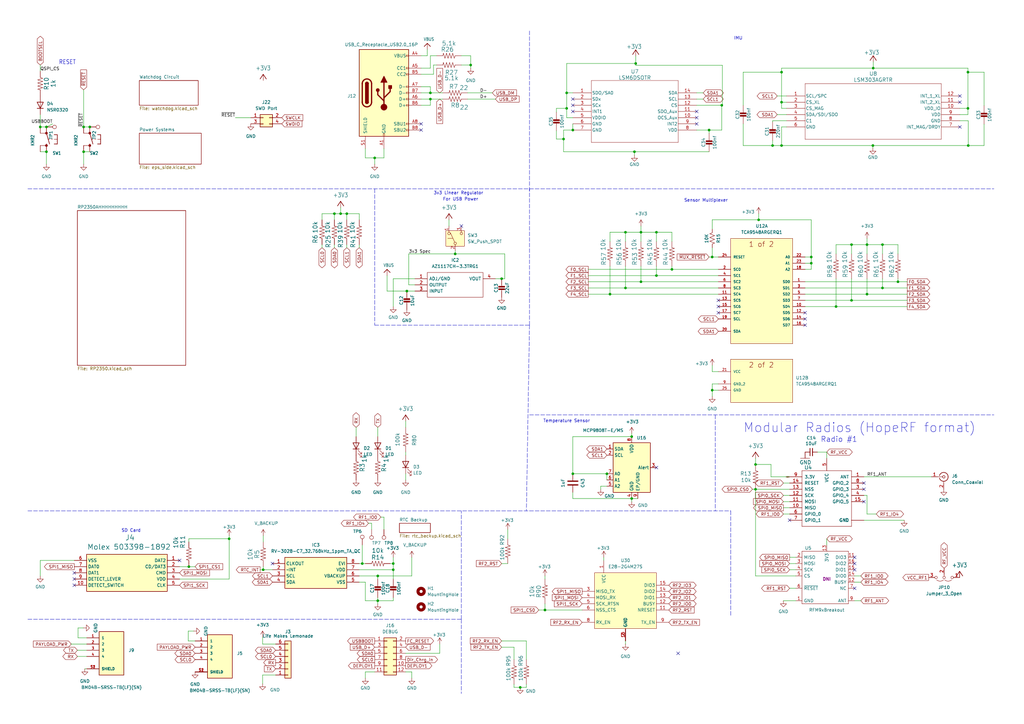
<source format=kicad_sch>
(kicad_sch (version 20250114) (generator "eeschema") (generator_version "9.0")
  (paper "A3")
  (text "Temperature Sensor" (at 222.758 173.482 0) (effects (font (size 1.27 1.27)) (justify left bottom)))
  (text "3v3 Linear Regulator" (at 177.8 80.01 0) (effects (font (size 1.27 1.27)) (justify left bottom)))
  (text "Radio #1" (at 336.55 181.61 0) (effects (font (size 2.159 2.159)) (justify left bottom)))
  (text "Modular Radios (HopeRF format)" (at 304.8 177.8 0) (effects (font (size 3.81 3.81)) (justify left bottom)))
  (text "For USB Power\n" (at 181.61 82.55 0) (effects (font (size 1.27 1.27)) (justify left bottom)))
  (text "Sensor Multiplexer" (at 289.56 82.296 0) (effects (font (size 1.27 1.27))))
  (text "RESET" (at 24.13 26.67 0) (effects (font (size 1.778 1.5113)) (justify left bottom)))
  (text "IMU\n" (at 300.99 16.51 0) (effects (font (size 1.27 1.27)) (justify left bottom)))
  (text "SD Card" (at 49.784 218.44 0) (effects (font (size 1.27 1.27)) (justify left bottom)))
  (junction (at 231.14 57.023))
  (junction (at 262.89 115.57))
  (junction (at 153.67 64.77))
  (junction (at 154.94 246.38))
  (junction (at 232.41 38.1))
  (junction (at 161.29 231.14))
  (junction (at 256.54 95.25))
  (junction (at 16.51 52.07))
  (junction (at 193.04 26.67))
  (junction (at 148.59 231.14))
  (junction (at 355.6 120.65))
  (junction (at 332.74 107.95))
  (junction (at 176.53 40.64))
  (junction (at 358.013 59.69))
  (junction (at 139.7 87.63))
  (junction (at 361.95 100.33))
  (junction (at 19.05 62.23))
  (junction (at 234.95 53.34))
  (junction (at 176.53 38.1))
  (junction (at 137.16 87.63))
  (junction (at 311.15 90.17))
  (junction (at 397.002 44.45))
  (junction (at 320.548 29.591))
  (junction (at 256.54 118.11))
  (junction (at 296.037 43.18))
  (junction (at 269.24 95.25))
  (junction (at 292.1 105.41))
  (junction (at 309.88 190.5))
  (junction (at 36.83 52.07))
  (junction (at 275.59 110.49))
  (junction (at 349.25 100.33))
  (junction (at 154.94 236.22))
  (junction (at 316.865 59.69))
  (junction (at 262.89 95.25))
  (junction (at 250.19 120.65))
  (junction (at 34.29 62.23))
  (junction (at 342.9 125.73))
  (junction (at 205.74 114.3))
  (junction (at 161.29 233.68))
  (junction (at 397.129 59.69))
  (junction (at 93.98 220.98))
  (junction (at 77.47 232.41))
  (junction (at 332.74 105.41))
  (junction (at 355.6 100.33))
  (junction (at 166.878 119.38))
  (junction (at 34.29 52.07))
  (junction (at 223.52 250.19))
  (junction (at 358.14 27.94))
  (junction (at 292.1 160.02))
  (junction (at 248.92 194.31))
  (junction (at 259.08 179.07))
  (junction (at 320.548 59.69))
  (junction (at 269.24 113.03))
  (junction (at 309.88 200.66))
  (junction (at 232.41 44.45))
  (junction (at 19.05 52.07))
  (junction (at 213.36 281.94))
  (junction (at 186.69 104.14))
  (junction (at 397.002 29.591))
  (junction (at 234.95 194.31))
  (junction (at 361.95 118.11))
  (junction (at 349.25 123.19))
  (junction (at 320.548 41.91))
  (junction (at 107.95 233.68))
  (junction (at 260.731 26.035))
  (junction (at 290.83 53.34))
  (junction (at 368.3 115.57))
  (junction (at 142.24 87.63))
  (junction (at 259.08 204.47))
  (junction (at 260.223 62.23))
  (no_connect (at 354.33 200.66))
  (no_connect (at 350.52 228.6))
  (no_connect (at 172.72 50.8))
  (no_connect (at 234.95 40.64))
  (no_connect (at 350.52 231.14))
  (no_connect (at 189.23 92.71))
  (no_connect (at 111.76 231.14))
  (no_connect (at 172.72 53.34))
  (no_connect (at 30.48 237.49))
  (no_connect (at 323.85 213.36))
  (no_connect (at 350.52 241.3))
  (no_connect (at 330.2 133.35))
  (no_connect (at 354.33 205.74))
  (no_connect (at 294.64 128.27))
  (no_connect (at 354.33 198.12))
  (no_connect (at 294.64 125.73))
  (no_connect (at 30.48 240.03))
  (no_connect (at 278.13 267.97))
  (no_connect (at 269.24 191.77))
  (no_connect (at 294.64 123.19))
  (no_connect (at 330.2 130.81))
  (no_connect (at 285.75 50.8))
  (no_connect (at 73.66 229.87))
  (no_connect (at 393.7 52.07))
  (no_connect (at 350.52 233.68))
  (no_connect (at 234.95 45.72))
  (no_connect (at 393.7 39.37))
  (no_connect (at 30.48 234.95))
  (no_connect (at 330.2 128.27))
  (no_connect (at 234.95 43.18))
  (no_connect (at 285.75 48.26))
  (no_connect (at 393.7 41.91))
  (no_connect (at 285.75 45.72))
  (wire (pts (xy 191.77 38.1) (xy 201.93 38.1)))
  (wire (pts (xy 262.89 92.71) (xy 262.89 95.25)))
  (polyline (pts (xy 217.17 77.47) (xy 407.67 77.47)) (stroke (width 0) (type dash)))
  (wire (pts (xy 77.47 220.98) (xy 77.47 222.25)))
  (wire (pts (xy 397.002 27.94) (xy 397.002 29.591)))
  (wire (pts (xy 208.28 217.17) (xy 208.28 220.98)))
  (wire (pts (xy 176.53 43.18) (xy 172.72 43.18)))
  (wire (pts (xy 316.865 57.658) (xy 316.865 59.69)))
  (wire (pts (xy 107.95 233.68) (xy 111.76 233.68)))
  (wire (pts (xy 326.39 241.3) (xy 323.85 241.3)))
  (wire (pts (xy 403.606 43.307) (xy 403.606 29.591)))
  (wire (pts (xy 153.67 64.77) (xy 149.86 64.77)))
  (wire (pts (xy 323.85 205.74) (xy 321.31 205.74)))
  (wire (pts (xy 231.14 57.023) (xy 231.14 62.23)))
  (wire (pts (xy 292.1 160.02) (xy 292.1 162.56)))
  (wire (pts (xy 139.7 87.63) (xy 139.7 85.09)))
  (wire (pts (xy 316.865 49.53) (xy 322.58 49.53)))
  (wire (pts (xy 167.64 104.14) (xy 186.69 104.14)))
  (wire (pts (xy 154.94 175.26) (xy 154.94 179.07)))
  (wire (pts (xy 151.13 214.63) (xy 152.4 214.63)))
  (wire (pts (xy 260.731 22.987) (xy 260.731 26.035)))
  (wire (pts (xy 31.75 269.24) (xy 35.56 269.24)))
  (wire (pts (xy 77.216 262.89) (xy 77.216 258.826)))
  (wire (pts (xy 166.37 267.97) (xy 180.34 267.97)))
  (wire (pts (xy 321.31 210.82) (xy 323.85 210.82)))
  (wire (pts (xy 160.02 231.14) (xy 161.29 231.14)))
  (wire (pts (xy 35.56 274.32) (xy 34.798 274.32)))
  (wire (pts (xy 393.7 49.53) (xy 397.129 49.53)))
  (wire (pts (xy 207.01 114.3) (xy 205.74 114.3)))
  (wire (pts (xy 148.59 223.52) (xy 148.59 231.14)))
  (wire (pts (xy 176.53 38.1) (xy 172.72 38.1)))
  (wire (pts (xy 228.219 44.45) (xy 232.41 44.45)))
  (wire (pts (xy 349.25 114.3) (xy 349.25 123.19)))
  (wire (pts (xy 393.7 44.45) (xy 397.002 44.45)))
  (wire (pts (xy 269.24 109.22) (xy 269.24 113.03)))
  (wire (pts (xy 355.6 100.33) (xy 355.6 104.14)))
  (wire (pts (xy 29.21 264.16) (xy 35.56 264.16)))
  (wire (pts (xy 147.32 100.33) (xy 147.32 101.6)))
  (wire (pts (xy 168.91 236.22) (xy 168.91 228.6)))
  (wire (pts (xy 29.21 264.033) (xy 29.21 264.16)))
  (wire (pts (xy 223.52 250.19) (xy 238.76 250.19)))
  (wire (pts (xy 167.64 104.14) (xy 167.64 116.84)))
  (wire (pts (xy 304.8 50.8) (xy 304.8 59.69)))
  (wire (pts (xy 147.32 90.17) (xy 147.32 87.63)))
  (wire (pts (xy 148.59 231.14) (xy 149.86 231.14)))
  (wire (pts (xy 256.54 95.25) (xy 262.89 95.25)))
  (wire (pts (xy 358.013 59.69) (xy 358.013 60.706)))
  (wire (pts (xy 80.01 262.89) (xy 77.216 262.89)))
  (wire (pts (xy 397.002 27.94) (xy 358.14 27.94)))
  (wire (pts (xy 189.23 22.86) (xy 193.04 22.86)))
  (wire (pts (xy 154.94 236.22) (xy 154.94 237.49)))
  (wire (pts (xy 232.41 26.035) (xy 260.731 26.035)))
  (wire (pts (xy 320.548 29.591) (xy 320.548 41.91)))
  (wire (pts (xy 256.54 262.89) (xy 256.54 264.16)))
  (wire (pts (xy 158.75 119.38) (xy 166.878 119.38)))
  (polyline (pts (xy 217.17 12.7) (xy 217.17 78.74)) (stroke (width 0) (type dash)))
  (wire (pts (xy 316.865 50.038) (xy 316.865 49.53)))
  (wire (pts (xy 368.3 114.3) (xy 368.3 115.57)))
  (wire (pts (xy 256.54 118.11) (xy 294.64 118.11)))
  (wire (pts (xy 34.29 36.83) (xy 34.29 52.07)))
  (wire (pts (xy 210.82 280.67) (xy 210.82 281.94)))
  (wire (pts (xy 368.3 100.33) (xy 361.95 100.33)))
  (wire (pts (xy 158.75 113.03) (xy 158.75 119.38)))
  (wire (pts (xy 250.19 95.25) (xy 256.54 95.25)))
  (polyline (pts (xy 153.67 133.35) (xy 217.17 133.35)) (stroke (width 0) (type dash)))
  (wire (pts (xy 304.8 43.18) (xy 304.8 29.591)))
  (wire (pts (xy 292.1 90.17) (xy 292.1 93.98)))
  (wire (pts (xy 309.88 200.66) (xy 309.88 236.22)))
  (wire (pts (xy 316.23 195.58) (xy 316.23 190.5)))
  (wire (pts (xy 234.95 204.47) (xy 259.08 204.47)))
  (wire (pts (xy 186.69 104.14) (xy 207.01 104.14)))
  (wire (pts (xy 93.98 219.71) (xy 93.98 220.98)))
  (wire (pts (xy 320.548 27.94) (xy 320.548 29.591)))
  (wire (pts (xy 355.6 203.2) (xy 355.6 210.82)))
  (wire (pts (xy 166.37 275.59) (xy 168.91 275.59)))
  (wire (pts (xy 205.74 231.14) (xy 208.28 231.14)))
  (wire (pts (xy 397.002 44.45) (xy 397.002 46.99)))
  (wire (pts (xy 16.51 62.23) (xy 19.05 62.23)))
  (wire (pts (xy 323.85 195.58) (xy 316.23 195.58)))
  (wire (pts (xy 330.2 123.19) (xy 349.25 123.19)))
  (wire (pts (xy 403.606 29.591) (xy 397.002 29.591)))
  (wire (pts (xy 330.2 120.65) (xy 355.6 120.65)))
  (wire (pts (xy 157.48 60.96) (xy 157.48 64.77)))
  (wire (pts (xy 275.59 99.06) (xy 275.59 95.25)))
  (wire (pts (xy 248.92 194.31) (xy 248.92 196.85)))
  (wire (pts (xy 32.004 261.62) (xy 32.004 257.556)))
  (wire (pts (xy 149.86 275.59) (xy 149.86 278.13)))
  (wire (pts (xy 166.37 185.42) (xy 166.37 186.69)))
  (wire (pts (xy 261.62 204.47) (xy 259.08 204.47)))
  (wire (pts (xy 339.09 220.98) (xy 339.09 223.52)))
  (wire (pts (xy 285.75 40.64) (xy 288.417 40.64)))
  (wire (pts (xy 330.2 115.57) (xy 368.3 115.57)))
  (wire (pts (xy 234.95 50.8) (xy 234.95 53.34)))
  (wire (pts (xy 191.77 40.64) (xy 203.2 40.64)))
  (wire (pts (xy 154.94 247.65) (xy 154.94 246.38)))
  (wire (pts (xy 358.14 25.4) (xy 358.14 27.94)))
  (wire (pts (xy 107.696 264.16) (xy 113.03 264.16)))
  (wire (pts (xy 330.2 110.49) (xy 332.74 110.49)))
  (wire (pts (xy 320.548 27.94) (xy 358.14 27.94)))
  (wire (pts (xy 304.8 59.69) (xy 316.865 59.69)))
  (wire (pts (xy 342.9 100.33) (xy 349.25 100.33)))
  (wire (pts (xy 147.32 231.14) (xy 148.59 231.14)))
  (wire (pts (xy 149.86 246.38) (xy 149.86 238.76)))
  (wire (pts (xy 309.88 200.66) (xy 323.85 200.66)))
  (wire (pts (xy 332.74 105.41) (xy 332.74 90.17)))
  (wire (pts (xy 368.3 115.57) (xy 372.11 115.57)))
  (wire (pts (xy 215.9 280.67) (xy 215.9 281.94)))
  (wire (pts (xy 215.9 262.89) (xy 215.9 270.51)))
  (wire (pts (xy 215.9 281.94) (xy 213.36 281.94)))
  (wire (pts (xy 323.85 203.2) (xy 321.31 203.2)))
  (wire (pts (xy 368.3 104.14) (xy 368.3 100.33)))
  (wire (pts (xy 342.9 114.3) (xy 342.9 125.73)))
  (wire (pts (xy 175.26 22.86) (xy 175.26 20.32)))
  (wire (pts (xy 234.95 53.34) (xy 231.14 53.34)))
  (wire (pts (xy 269.24 113.03) (xy 294.64 113.03)))
  (wire (pts (xy 107.95 232.41) (xy 107.95 233.68)))
  (wire (pts (xy 177.8 26.67) (xy 179.07 26.67)))
  (wire (pts (xy 157.48 64.77) (xy 153.67 64.77)))
  (wire (pts (xy 142.24 100.33) (xy 142.24 101.6)))
  (wire (pts (xy 186.69 102.87) (xy 186.69 104.14)))
  (wire (pts (xy 193.04 22.86) (xy 193.04 26.67)))
  (wire (pts (xy 275.59 109.22) (xy 275.59 110.49)))
  (wire (pts (xy 397.129 49.53) (xy 397.129 59.69)))
  (wire (pts (xy 241.3 118.11) (xy 256.54 118.11)))
  (wire (pts (xy 296.291 43.18) (xy 296.291 26.797)))
  (wire (pts (xy 330.2 105.41) (xy 332.74 105.41)))
  (wire (pts (xy 161.29 233.68) (xy 161.29 231.14)))
  (wire (pts (xy 220.98 250.19) (xy 223.52 250.19)))
  (wire (pts (xy 166.37 194.31) (xy 166.37 196.85)))
  (wire (pts (xy 250.19 99.06) (xy 250.19 95.25)))
  (wire (pts (xy 147.32 236.22) (xy 154.94 236.22)))
  (wire (pts (xy 292.1 152.4) (xy 294.64 152.4)))
  (wire (pts (xy 102.87 48.26) (xy 96.52 48.26)))
  (wire (pts (xy 77.216 258.826) (xy 79.375 258.826)))
  (polyline (pts (xy 217.17 133.35) (xy 217.17 77.47)) (stroke (width 0) (type dash)))
  (wire (pts (xy 166.37 172.72) (xy 166.37 175.26)))
  (wire (pts (xy 180.34 267.97) (xy 180.34 264.16)))
  (wire (pts (xy 355.6 120.65) (xy 372.11 120.65)))
  (polyline (pts (xy 11.43 209.55) (xy 217.17 209.55)) (stroke (width 0) (type dash)))
  (wire (pts (xy 172.72 30.48) (xy 177.8 30.48)))
  (wire (pts (xy 16.51 29.21) (xy 16.51 26.67)))
  (wire (pts (xy 19.05 52.07) (xy 16.51 52.07)))
  (wire (pts (xy 234.95 179.07) (xy 259.08 179.07)))
  (wire (pts (xy 176.53 27.94) (xy 176.53 22.86)))
  (wire (pts (xy 361.95 104.14) (xy 361.95 100.33)))
  (wire (pts (xy 241.3 110.49) (xy 275.59 110.49)))
  (wire (pts (xy 241.3 115.57) (xy 262.89 115.57)))
  (wire (pts (xy 275.59 95.25) (xy 269.24 95.25)))
  (wire (pts (xy 292.1 160.02) (xy 294.64 160.02)))
  (wire (pts (xy 339.09 185.42) (xy 335.28 185.42)))
  (wire (pts (xy 149.86 238.76) (xy 147.32 238.76)))
  (wire (pts (xy 285.75 43.18) (xy 296.037 43.18)))
  (wire (pts (xy 342.9 104.14) (xy 342.9 100.33)))
  (wire (pts (xy 290.83 105.41) (xy 292.1 105.41)))
  (wire (pts (xy 207.01 104.14) (xy 207.01 114.3)))
  (wire (pts (xy 259.08 205.74) (xy 259.08 204.47)))
  (polyline (pts (xy 11.43 77.47) (xy 217.17 77.47)) (stroke (width 0) (type dash)))
  (polyline (pts (xy 189.23 254) (xy 189.23 209.55)) (stroke (width 0) (type dash)))
  (wire (pts (xy 176.53 40.64) (xy 172.72 40.64)))
  (wire (pts (xy 332.74 110.49) (xy 332.74 107.95)))
  (wire (pts (xy 232.41 38.1) (xy 234.95 38.1)))
  (wire (pts (xy 176.53 40.64) (xy 176.53 43.18)))
  (wire (pts (xy 77.47 232.41) (xy 80.01 232.41)))
  (wire (pts (xy 228.219 57.023) (xy 231.14 57.023)))
  (wire (pts (xy 294.64 157.48) (xy 292.1 157.48)))
  (polyline (pts (xy 293.37 170.18) (xy 293.37 209.55)) (stroke (width 0) (type dash)))
  (wire (pts (xy 223.52 247.65) (xy 223.52 250.19)))
  (wire (pts (xy 250.19 120.65) (xy 294.64 120.65)))
  (wire (pts (xy 241.3 113.03) (xy 269.24 113.03)))
  (wire (pts (xy 232.41 38.1) (xy 232.41 26.035)))
  (wire (pts (xy 304.8 29.591) (xy 320.548 29.591)))
  (polyline (pts (xy 153.67 77.47) (xy 153.67 133.35)) (stroke (width 0) (type dash)))
  (wire (pts (xy 142.24 87.63) (xy 139.7 87.63)))
  (wire (pts (xy 248.92 199.39) (xy 246.38 199.39)))
  (wire (pts (xy 172.72 27.94) (xy 176.53 27.94)))
  (wire (pts (xy 176.53 22.86) (xy 179.07 22.86)))
  (wire (pts (xy 355.6 97.79) (xy 355.6 100.33)))
  (wire (pts (xy 231.14 62.23) (xy 260.223 62.23)))
  (wire (pts (xy 397.129 59.69) (xy 358.013 59.69)))
  (wire (pts (xy 176.53 38.1) (xy 176.53 35.56)))
  (wire (pts (xy 232.41 48.26) (xy 232.41 44.45)))
  (wire (pts (xy 260.223 62.23) (xy 260.223 63.627)))
  (polyline (pts (xy 299.72 209.55) (xy 299.72 252.73)) (stroke (width 0) (type dash)))
  (wire (pts (xy 318.77 39.37) (xy 322.58 39.37)))
  (polyline (pts (xy 217.17 170.18) (xy 407.67 170.18)) (stroke (width 0) (type dash)))
  (wire (pts (xy 167.64 116.84) (xy 170.18 116.84)))
  (wire (pts (xy 397.002 44.45) (xy 397.002 29.591)))
  (wire (pts (xy 161.29 125.73) (xy 161.29 114.3)))
  (wire (pts (xy 210.82 265.43) (xy 210.82 270.51)))
  (wire (pts (xy 30.48 229.87) (xy 16.51 229.87)))
  (wire (pts (xy 73.66 237.49) (xy 93.98 237.49)))
  (wire (pts (xy 349.25 123.19) (xy 372.11 123.19)))
  (wire (pts (xy 354.33 213.36) (xy 370.84 213.36)))
  (wire (pts (xy 247.65 228.6) (xy 247.65 229.87)))
  (wire (pts (xy 36.83 62.23) (xy 34.29 62.23)))
  (wire (pts (xy 361.95 114.3) (xy 361.95 118.11)))
  (wire (pts (xy 275.59 110.49) (xy 294.64 110.49)))
  (wire (pts (xy 177.8 30.48) (xy 177.8 26.67)))
  (wire (pts (xy 176.53 35.56) (xy 172.72 35.56)))
  (wire (pts (xy 149.86 64.77) (xy 149.86 60.96)))
  (wire (pts (xy 156.21 212.09) (xy 157.48 212.09)))
  (wire (pts (xy 292.1 149.86) (xy 292.1 152.4)))
  (wire (pts (xy 353.06 246.38) (xy 350.52 246.38)))
  (wire (pts (xy 262.89 109.22) (xy 262.89 115.57)))
  (wire (pts (xy 142.24 90.17) (xy 142.24 87.63)))
  (wire (pts (xy 157.48 212.09) (xy 157.48 217.17)))
  (wire (pts (xy 321.31 246.38) (xy 326.39 246.38)))
  (wire (pts (xy 403.606 50.927) (xy 403.606 59.69)))
  (wire (pts (xy 296.037 43.18) (xy 296.037 53.34)))
  (wire (pts (xy 246.38 199.39) (xy 246.38 200.66)))
  (wire (pts (xy 354.33 195.58) (xy 382.016 195.58)))
  (wire (pts (xy 330.2 118.11) (xy 361.95 118.11)))
  (wire (pts (xy 290.83 62.23) (xy 260.223 62.23)))
  (wire (pts (xy 184.15 90.17) (xy 184.15 92.71)))
  (wire (pts (xy 228.219 53.594) (xy 228.219 57.023)))
  (wire (pts (xy 154.94 236.22) (xy 168.91 236.22)))
  (wire (pts (xy 349.25 100.33) (xy 355.6 100.33)))
  (wire (pts (xy 323.85 208.28) (xy 321.31 208.28)))
  (wire (pts (xy 292.1 157.48) (xy 292.1 160.02)))
  (wire (pts (xy 262.89 115.57) (xy 294.64 115.57)))
  (wire (pts (xy 232.41 48.26) (xy 234.95 48.26)))
  (wire (pts (xy 35.56 261.62) (xy 32.004 261.62)))
  (wire (pts (xy 256.54 95.25) (xy 256.54 99.06)))
  (wire (pts (xy 31.75 266.7) (xy 35.56 266.7)))
  (wire (pts (xy 355.6 114.3) (xy 355.6 120.65)))
  (wire (pts (xy 322.58 52.07) (xy 320.548 52.07)))
  (wire (pts (xy 234.95 179.07) (xy 234.95 194.31)))
  (wire (pts (xy 292.1 90.17) (xy 311.15 90.17)))
  (wire (pts (xy 205.74 265.43) (xy 210.82 265.43)))
  (wire (pts (xy 172.72 22.86) (xy 175.26 22.86)))
  (wire (pts (xy 322.58 44.45) (xy 320.548 44.45)))
  (wire (pts (xy 16.51 229.87) (xy 16.51 236.22)))
  (wire (pts (xy 106.68 233.68) (xy 107.95 233.68)))
  (wire (pts (xy 330.2 125.73) (xy 342.9 125.73)))
  (wire (pts (xy 231.14 53.34) (xy 231.14 57.023)))
  (wire (pts (xy 34.29 52.07) (xy 36.83 52.07)))
  (wire (pts (xy 292.1 105.41) (xy 292.1 101.6)))
  (wire (pts (xy 241.3 120.65) (xy 250.19 120.65)))
  (wire (pts (xy 353.06 238.76) (xy 350.52 238.76)))
  (wire (pts (xy 316.23 190.5) (xy 309.88 190.5)))
  (wire (pts (xy 32.004 257.556) (xy 34.163 257.556)))
  (wire (pts (xy 326.39 228.6) (xy 323.85 228.6)))
  (polyline (pts (xy 189.23 254) (xy 189.23 284.48)) (stroke (width 0) (type dash)))
  (wire (pts (xy 320.548 59.69) (xy 358.013 59.69)))
  (wire (pts (xy 234.95 204.47) (xy 234.95 201.93)))
  (polyline (pts (xy 11.43 254) (xy 189.23 254)) (stroke (width 0) (type dash)))
  (wire (pts (xy 232.41 44.45) (xy 232.41 38.1)))
  (wire (pts (xy 320.548 52.07) (xy 320.548 59.69)))
  (wire (pts (xy 228.219 45.974) (xy 228.219 44.45)))
  (wire (pts (xy 294.64 105.41) (xy 292.1 105.41)))
  (wire (pts (xy 361.95 118.11) (xy 372.11 118.11)))
  (wire (pts (xy 260.731 26.797) (xy 296.291 26.797)))
  (wire (pts (xy 132.08 100.33) (xy 132.08 101.6)))
  (wire (pts (xy 93.98 220.98) (xy 93.98 237.49)))
  (wire (pts (xy 342.9 125.73) (xy 372.11 125.73)))
  (wire (pts (xy 137.16 87.63) (xy 139.7 87.63)))
  (wire (pts (xy 166.878 119.38) (xy 170.18 119.38)))
  (wire (pts (xy 154.94 245.11) (xy 154.94 246.38)))
  (wire (pts (xy 256.54 109.22) (xy 256.54 118.11)))
  (wire (pts (xy 353.06 236.22) (xy 350.52 236.22)))
  (wire (pts (xy 161.29 245.11) (xy 161.29 246.38)))
  (wire (pts (xy 107.696 276.86) (xy 107.696 280.416)))
  (wire (pts (xy 311.15 90.17) (xy 311.15 87.63)))
  (wire (pts (xy 16.51 46.99) (xy 16.51 52.07)))
  (wire (pts (xy 393.7 46.99) (xy 397.002 46.99)))
  (polyline (pts (xy 217.17 209.55) (xy 299.72 209.55)) (stroke (width 0) (type dash)))
  (wire (pts (xy 93.98 220.98) (xy 77.47 220.98)))
  (wire (pts (xy 193.04 26.67) (xy 193.04 27.94)))
  (wire (pts (xy 176.53 38.1) (xy 181.61 38.1)))
  (wire (pts (xy 355.6 210.82) (xy 359.41 210.82)))
  (wire (pts (xy 234.95 194.31) (xy 248.92 194.31)))
  (wire (pts (xy 262.89 95.25) (xy 262.89 99.06)))
  (wire (pts (xy 107.696 261.366) (xy 107.696 264.16)))
  (wire (pts (xy 161.29 233.68) (xy 161.29 237.49)))
  (wire (pts (xy 189.23 26.67) (xy 193.04 26.67)))
  (wire (pts (xy 309.88 236.22) (xy 326.39 236.22)))
  (wire (pts (xy 168.91 275.59) (xy 168.91 278.13)))
  (wire (pts (xy 19.05 62.23) (xy 19.05 67.31)))
  (wire (pts (xy 323.85 198.12) (xy 321.31 198.12)))
  (wire (pts (xy 320.548 41.91) (xy 320.548 44.45)))
  (wire (pts (xy 149.86 246.38) (xy 154.94 246.38)))
  (wire (pts (xy 147.32 233.68) (xy 161.29 233.68)))
  (wire (pts (xy 308.61 200.66) (xy 309.88 200.66)))
  (wire (pts (xy 326.39 231.14) (xy 323.85 231.14)))
  (wire (pts (xy 339.09 185.42) (xy 339.09 187.96)))
  (wire (pts (xy 403.606 59.69) (xy 397.129 59.69)))
  (wire (pts (xy 330.2 107.95) (xy 332.74 107.95)))
  (wire (pts (xy 132.08 90.17) (xy 132.08 87.63)))
  (wire (pts (xy 73.66 232.41) (xy 77.47 232.41)))
  (wire (pts (xy 137.16 87.63) (xy 137.16 90.17)))
  (wire (pts (xy 161.29 246.38) (xy 154.94 246.38)))
  (wire (pts (xy 113.03 276.86) (xy 107.696 276.86)))
  (wire (pts (xy 161.29 231.14) (xy 161.29 228.6)))
  (wire (pts (xy 316.865 59.69) (xy 320.548 59.69)))
  (wire (pts (xy 269.24 95.25) (xy 262.89 95.25)))
  (wire (pts (xy 152.4 214.63) (xy 152.4 217.17)))
  (wire (pts (xy 285.75 53.34) (xy 290.83 53.34)))
  (wire (pts (xy 332.74 90.17) (xy 311.15 90.17)))
  (wire (pts (xy 290.83 53.34) (xy 290.83 54.61)))
  (wire (pts (xy 285.75 38.1) (xy 288.417 38.1)))
  (wire (pts (xy 250.19 109.22) (xy 250.19 120.65)))
  (wire (pts (xy 132.08 87.63) (xy 137.16 87.63)))
  (wire (pts (xy 290.83 53.34) (xy 296.037 53.34)))
  (wire (pts (xy 349.25 100.33) (xy 349.25 104.14)))
  (wire (pts (xy 296.037 43.18) (xy 296.291 43.18)))
  (wire (pts (xy 259.08 177.8) (xy 259.08 179.07)))
  (wire (pts (xy 205.74 262.89) (xy 215.9 262.89)))
  (wire (pts (xy 147.32 87.63) (xy 142.24 87.63)))
  (wire (pts (xy 332.74 107.95) (xy 332.74 105.41)))
  (wire (pts (xy 176.53 40.64) (xy 181.61 40.64)))
  (wire (pts (xy 260.731 26.035) (xy 260.731 26.797)))
  (polyline (pts (xy 217.17 133.35) (xy 215.9 209.55)) (stroke (width 0) (type dash)))
  (wire (pts (xy 210.82 281.94) (xy 213.36 281.94)))
  (wire (pts (xy 161.29 114.3) (xy 170.18 114.3)))
  (wire (pts (xy 322.58 41.91) (xy 320.548 41.91)))
  (wire (pts (xy 326.39 233.68) (xy 323.85 233.68)))
  (wire (pts (xy 21.59 50.8) (xy 19.05 52.07)))
  (wire (pts (xy 205.74 114.3) (xy 203.2 114.3)))
  (wire (pts (xy 153.67 275.59) (xy 149.86 275.59)))
  (wire (pts (xy 137.16 100.33) (xy 137.16 101.6)))
  (wire (pts (xy 34.29 67.31) (xy 34.29 62.23)))
  (wire (pts (xy 309.88 190.5) (xy 309.88 187.96)))
  (wire (pts (xy 107.95 219.71) (xy 107.95 222.25)))
  (wire (pts (xy 354.33 203.2) (xy 355.6 203.2)))
  (wire (pts (xy 318.77 46.99) (xy 322.58 46.99)))
  (wire (pts (xy 223.52 236.22) (xy 223.52 237.49)))
  (wire (pts (xy 146.05 175.26) (xy 146.05 179.07)))
  (wire (pts (xy 153.67 64.77) (xy 153.67 67.31)))
  (wire (pts (xy 361.95 100.33) (xy 355.6 100.33)))
  (wire (pts (xy 269.24 99.06) (xy 269.24 95.25)))
  (label "D-" (at 196.85 38.1 0) (effects (font (size 1.2446 1.2446))))
  (label "QSPI_CS" (at 16.51 29.21 0) (effects (font (size 1.2446 1.2446))))
  (label "3v3 Spec" (at 167.64 104.14 0))
  (label "~{RESET}" (at 34.29 52.07 90) (effects (font (size 1.2446 1.2446))))
  (label "~{RESET}" (at 96.52 48.26 180) (effects (font (size 1.2446 1.2446))))
  (label "RF1_ANT" (at 355.6 195.58 0))
  (label "D+" (at 196.85 40.64 0) (effects (font (size 1.2446 1.2446))))
  (label "USBBOOT" (at 21.59 50.8 180) (effects (font (size 1.2446 1.2446))))
  (global_label "SDA0" (shape bidirectional) (at 80.01 267.97 180) (property "Intersheetrefs" "${INTERSHEET_REFS}" (effects (hide yes))))
  (global_label "SPI1_MISO" (shape output) (at 30.48 232.41 180) (property "Intersheetrefs" "${INTERSHEET_REFS}" (effects (hide yes))))
  (global_label "BOOTSEL" (shape bidirectional) (at 16.51 26.67 90) (property "Intersheetrefs" "${INTERSHEET_REFS}" (effects (hide yes))))
  (global_label "TX" (shape input) (at 113.03 274.32 180) (property "Intersheetrefs" "${INTERSHEET_REFS}" (effects (hide yes))))
  (global_label "SCL1" (shape bidirectional) (at 318.77 39.37 180) (property "Intersheetrefs" "${INTERSHEET_REFS}" (effects (hide yes))))
  (global_label "RF2_RST" (shape input) (at 205.74 231.14 180) (property "Intersheetrefs" "${INTERSHEET_REFS}" (effects (hide yes))))
  (global_label "SPI0_CS0" (shape bidirectional) (at 308.61 200.66 180) (property "Intersheetrefs" "${INTERSHEET_REFS}" (effects (hide yes))))
  (global_label "SCL0" (shape bidirectional) (at 113.03 269.24 180) (property "Intersheetrefs" "${INTERSHEET_REFS}" (effects (hide yes))))
  (global_label "RF1_IO0" (shape bidirectional) (at 353.06 236.22 0) (property "Intersheetrefs" "${INTERSHEET_REFS}" (effects (hide yes))))
  (global_label "F1_SCL" (shape output) (at 241.3 113.03 180) (property "Intersheetrefs" "${INTERSHEET_REFS}" (effects (hide yes))))
  (global_label "SWDIO" (shape input) (at 115.57 50.8 0) (property "Intersheetrefs" "${INTERSHEET_REFS}" (effects (hide yes))))
  (global_label "SPI0_MOSI" (shape input) (at 321.31 205.74 180) (property "Intersheetrefs" "${INTERSHEET_REFS}" (effects (hide yes))))
  (global_label "SPI1_CS1" (shape input) (at 80.01 232.41 0) (property "Intersheetrefs" "${INTERSHEET_REFS}" (effects (hide yes))))
  (global_label "RF1_IO4" (shape bidirectional) (at 359.41 210.82 0) (property "Intersheetrefs" "${INTERSHEET_REFS}" (effects (hide yes))))
  (global_label "~{RESET}" (shape input) (at 34.29 36.83 90) (property "Intersheetrefs" "${INTERSHEET_REFS}" (effects (hide yes))))
  (global_label "RF1_RST" (shape bidirectional) (at 323.85 241.3 180) (property "Intersheetrefs" "${INTERSHEET_REFS}" (effects (hide yes))))
  (global_label "TX" (shape bidirectional) (at 154.94 175.26 90) (property "Intersheetrefs" "${INTERSHEET_REFS}" (effects (hide yes))))
  (global_label "USBBOOT" (shape output) (at 153.67 262.89 180) (property "Intersheetrefs" "${INTERSHEET_REFS}" (effects (hide yes))))
  (global_label "F3_SCL" (shape output) (at 241.3 118.11 180) (property "Intersheetrefs" "${INTERSHEET_REFS}" (effects (hide yes))))
  (global_label "~{MUX_RESET}" (shape input) (at 290.83 105.41 180) (property "Intersheetrefs" "${INTERSHEET_REFS}" (effects (hide yes))))
  (global_label "SPI1_CS0" (shape input) (at 220.98 250.19 180) (property "Intersheetrefs" "${INTERSHEET_REFS}" (effects (hide yes))))
  (global_label "RF_VCC" (shape bidirectional) (at 339.09 220.98 0) (property "Intersheetrefs" "${INTERSHEET_REFS}" (effects (hide yes))))
  (global_label "USB_D+" (shape input) (at 153.67 265.43 180) (property "Intersheetrefs" "${INTERSHEET_REFS}" (effects (hide yes))))
  (global_label "SPI1_SCK" (shape input) (at 238.76 247.65 180) (property "Intersheetrefs" "${INTERSHEET_REFS}" (effects (hide yes))))
  (global_label "TX" (shape bidirectional) (at 31.75 266.7 180) (property "Intersheetrefs" "${INTERSHEET_REFS}" (effects (hide yes))))
  (global_label "SPI0_MISO" (shape output) (at 321.31 208.28 180) (property "Intersheetrefs" "${INTERSHEET_REFS}" (effects (hide yes))))
  (global_label "RF2_TX_EN" (shape input) (at 205.74 265.43 180) (property "Intersheetrefs" "${INTERSHEET_REFS}" (effects (hide yes))))
  (global_label "RF1_IO0" (shape bidirectional) (at 321.31 210.82 180) (property "Intersheetrefs" "${INTERSHEET_REFS}" (effects (hide yes))))
  (global_label "SCL1" (shape bidirectional) (at 142.24 101.6 270) (property "Intersheetrefs" "${INTERSHEET_REFS}" (effects (hide yes))))
  (global_label "SWCLK" (shape input) (at 115.57 48.26 0) (property "Intersheetrefs" "${INTERSHEET_REFS}" (effects (hide yes))))
  (global_label "SDA0" (shape bidirectional) (at 137.16 101.6 270) (property "Intersheetrefs" "${INTERSHEET_REFS}" (effects (hide yes))))
  (global_label "RF2_IO3" (shape bidirectional) (at 274.32 240.03 0) (property "Intersheetrefs" "${INTERSHEET_REFS}" (effects (hide yes))))
  (global_label "SDA1" (shape bidirectional) (at 288.417 38.1 0) (property "Intersheetrefs" "${INTERSHEET_REFS}" (effects (hide yes))))
  (global_label "RF2_IO2" (shape bidirectional) (at 274.32 242.57 0) (property "Intersheetrefs" "${INTERSHEET_REFS}" (effects (hide yes))))
  (global_label "SPI1_SCK" (shape input) (at 73.66 240.03 0) (property "Intersheetrefs" "${INTERSHEET_REFS}" (effects (hide yes))))
  (global_label "RF1_IO4" (shape bidirectional) (at 151.13 214.63 180) (property "Intersheetrefs" "${INTERSHEET_REFS}" (effects (hide yes))))
  (global_label "F4_SDA" (shape output) (at 372.11 125.73 0) (property "Intersheetrefs" "${INTERSHEET_REFS}" (effects (hide yes))))
  (global_label "F4_SCL" (shape output) (at 241.3 120.65 180) (property "Intersheetrefs" "${INTERSHEET_REFS}" (effects (hide yes))))
  (global_label "RF2_IO1" (shape bidirectional) (at 274.32 245.11 0) (property "Intersheetrefs" "${INTERSHEET_REFS}" (effects (hide yes))))
  (global_label "RF2_RX_EN" (shape input) (at 205.74 262.89 180) (property "Intersheetrefs" "${INTERSHEET_REFS}" (effects (hide yes))))
  (global_label "SDA1" (shape bidirectional) (at 294.64 135.89 180) (property "Intersheetrefs" "${INTERSHEET_REFS}" (effects (hide yes))))
  (global_label "SCL1" (shape bidirectional) (at 294.64 130.81 180) (property "Intersheetrefs" "${INTERSHEET_REFS}" (effects (hide yes))))
  (global_label "SCL0" (shape bidirectional) (at 80.01 270.51 180) (property "Intersheetrefs" "${INTERSHEET_REFS}" (effects (hide yes))))
  (global_label "RF2_RX_EN" (shape input) (at 238.76 255.27 180) (property "Intersheetrefs" "${INTERSHEET_REFS}" (effects (hide yes))))
  (global_label "SCL1" (shape bidirectional) (at 288.417 40.64 0) (property "Intersheetrefs" "${INTERSHEET_REFS}" (effects (hide yes))))
  (global_label "SCL0" (shape bidirectional) (at 132.08 101.6 270) (property "Intersheetrefs" "${INTERSHEET_REFS}" (effects (hide yes))))
  (global_label "RF2_IO0" (shape bidirectional) (at 274.32 247.65 0) (property "Intersheetrefs" "${INTERSHEET_REFS}" (effects (hide yes))))
  (global_label "SPI1_MISO" (shape output) (at 238.76 242.57 180) (property "Intersheetrefs" "${INTERSHEET_REFS}" (effects (hide yes))))
  (global_label "SCL1" (shape bidirectional) (at 248.92 186.69 180) (property "Intersheetrefs" "${INTERSHEET_REFS}" (effects (hide yes))))
  (global_label "USB_DM" (shape input) (at 201.93 38.1 0) (property "Intersheetrefs" "${INTERSHEET_REFS}" (effects (hide yes))))
  (global_label "SPI1_MOSI" (shape input) (at 73.66 234.95 0) (property "Intersheetrefs" "${INTERSHEET_REFS}" (effects (hide yes))))
  (global_label "SDA0" (shape bidirectional) (at 113.03 266.7 180) (property "Intersheetrefs" "${INTERSHEET_REFS}" (effects (hide yes))))
  (global_label "FC_RESET" (shape output) (at 166.37 262.89 0) (property "Intersheetrefs" "${INTERSHEET_REFS}" (effects (hide yes))))
  (global_label "Dir_Chrg_In" (shape output) (at 166.37 270.51 0) (property "Intersheetrefs" "${INTERSHEET_REFS}" (effects (hide yes))))
  (global_label "F3_SDA" (shape output) (at 372.11 123.19 0) (property "Intersheetrefs" "${INTERSHEET_REFS}" (effects (hide yes))))
  (global_label "PAYLOAD_PWR" (shape input) (at 80.01 265.43 180) (property "Intersheetrefs" "${INTERSHEET_REFS}" (effects (hide yes))))
  (global_label "USB_D-" (shape input) (at 180.34 38.1 90) (property "Intersheetrefs" "${INTERSHEET_REFS}" (effects (hide yes))))
  (global_label "RF1_RST" (shape bidirectional) (at 321.31 198.12 180) (property "Intersheetrefs" "${INTERSHEET_REFS}" (effects (hide yes))))
  (global_label "SPI0_MISO" (shape output) (at 323.85 228.6 180) (property "Intersheetrefs" "${INTERSHEET_REFS}" (effects (hide yes))))
  (global_label "SDA1" (shape bidirectional) (at 318.77 46.99 180) (property "Intersheetrefs" "${INTERSHEET_REFS}" (effects (hide yes))))
  (global_label "SPI1_MOSI" (shape input) (at 238.76 245.11 180) (property "Intersheetrefs" "${INTERSHEET_REFS}" (effects (hide yes))))
  (global_label "RF1_IO4" (shape bidirectional) (at 353.06 238.76 0) (property "Intersheetrefs" "${INTERSHEET_REFS}" (effects (hide yes))))
  (global_label "F1_SDA" (shape output) (at 372.11 118.11 0) (property "Intersheetrefs" "${INTERSHEET_REFS}" (effects (hide yes))))
  (global_label "RX" (shape bidirectional) (at 146.05 175.26 90) (property "Intersheetrefs" "${INTERSHEET_REFS}" (effects (hide yes))))
  (global_label "RF2_RST" (shape input) (at 274.32 250.19 0) (property "Intersheetrefs" "${INTERSHEET_REFS}" (effects (hide yes))))
  (global_label "DEPLOY1" (shape output) (at 153.67 273.05 180) (property "Intersheetrefs" "${INTERSHEET_REFS}" (effects (hide yes))))
  (global_label "SPI0_SCK" (shape input) (at 323.85 233.68 180) (property "Intersheetrefs" "${INTERSHEET_REFS}" (effects (hide yes))))
  (global_label "RX" (shape bidirectional) (at 31.75 269.24 180) (property "Intersheetrefs" "${INTERSHEET_REFS}" (effects (hide yes))))
  (global_label "SPI0_SCK" (shape input) (at 321.31 203.2 180) (property "Intersheetrefs" "${INTERSHEET_REFS}" (effects (hide yes))))
  (global_label "SCL1" (shape bidirectional) (at 111.76 236.22 180) (property "Intersheetrefs" "${INTERSHEET_REFS}" (effects (hide yes))))
  (global_label "RF1_IO0" (shape bidirectional) (at 156.21 212.09 180) (property "Intersheetrefs" "${INTERSHEET_REFS}" (effects (hide yes))))
  (global_label "RF_VCC" (shape bidirectional) (at 339.09 185.42 0) (property "Intersheetrefs" "${INTERSHEET_REFS}" (effects (hide yes))))
  (global_label "SDA0" (shape output) (at 153.67 267.97 180) (property "Intersheetrefs" "${INTERSHEET_REFS}" (effects (hide yes))))
  (global_label "RX" (shape output) (at 113.03 271.78 180) (property "Intersheetrefs" "${INTERSHEET_REFS}" (effects (hide yes))))
  (global_label "SDA1" (shape bidirectional) (at 111.76 238.76 180) (property "Intersheetrefs" "${INTERSHEET_REFS}" (effects (hide yes))))
  (global_label "RTC_INT" (shape output) (at 106.68 233.68 180) (property "Intersheetrefs" "${INTERSHEET_REFS}" (effects (hide yes))))
  (global_label "SDA1" (shape bidirectional) (at 248.92 184.15 180) (property "Intersheetrefs" "${INTERSHEET_REFS}" (effects (hide yes))))
  (global_label "USB_DP" (shape input) (at 203.2 40.64 0) (property "Intersheetrefs" "${INTERSHEET_REFS}" (effects (hide yes))))
  (global_label "3.3V" (shape bidirectional) (at 323.85 195.58 180) (effects (font (size 0.254 0.254))) (property "Intersheetrefs" "${INTERSHEET_REFS}" (effects (hide yes))))
  (global_label "SDA1" (shape bidirectional) (at 147.32 101.6 270) (property "Intersheetrefs" "${INTERSHEET_REFS}" (effects (hide yes))))
  (global_label "DEPLOY1" (shape output) (at 166.37 273.05 0) (property "Intersheetrefs" "${INTERSHEET_REFS}" (effects (hide yes))))
  (global_label "F2_SDA" (shape output) (at 372.11 120.65 0) (property "Intersheetrefs" "${INTERSHEET_REFS}" (effects (hide yes))))
  (global_label "SPI0_MOSI" (shape input) (at 323.85 231.14 180) (property "Intersheetrefs" "${INTERSHEET_REFS}" (effects (hide yes))))
  (global_label "F0_SCL" (shape output) (at 241.3 110.49 180) (property "Intersheetrefs" "${INTERSHEET_REFS}" (effects (hide yes))))
  (global_label "RF1_ANT" (shape bidirectional) (at 353.06 246.38 0) (property "Intersheetrefs" "${INTERSHEET_REFS}" (effects (hide yes))))
  (global_label "F2_SCL" (shape output) (at 241.3 115.57 180) (property "Intersheetrefs" "${INTERSHEET_REFS}" (effects (hide yes))))
  (global_label "F0_SDA" (shape output) (at 372.11 115.57 0) (property "Intersheetrefs" "${INTERSHEET_REFS}" (effects (hide yes))))
  (global_label "RF_VCC" (shape bidirectional) (at 387.223 233.045 90) (property "Intersheetrefs" "${INTERSHEET_REFS}" (effects (hide yes))))
  (global_label "USB_D-" (shape input) (at 166.37 265.43 0) (property "Intersheetrefs" "${INTERSHEET_REFS}" (effects (hide yes))))
  (global_label "RF2_TX_EN" (shape input) (at 274.32 255.27 0) (property "Intersheetrefs" "${INTERSHEET_REFS}" (effects (hide yes))))
  (global_label "USB_D+" (shape input) (at 180.34 40.64 270) (property "Intersheetrefs" "${INTERSHEET_REFS}" (effects (hide yes))))
  (global_label "SCL0" (shape output) (at 153.67 270.51 180) (property "Intersheetrefs" "${INTERSHEET_REFS}" (effects (hide yes))))
  (global_label "PAYLOAD_PWR" (shape input) (at 29.21 264.16 180) (property "Intersheetrefs" "${INTERSHEET_REFS}" (effects (hide yes))))
  (global_label "VCC_RF1" (shape output) (at 380.873 236.855 180) (property "Intersheetrefs" "${INTERSHEET_REFS}" (effects (hide yes))))
  (symbol (lib_id "mainboard:RESISTOR0603") (at 146.05 191.77 270) (unit 1)
    (property "Reference" "R3" (at 147.574 191.77 0) (effects (font (size 1.778 1.778)) (justify bottom)))
    (property "Value" "1k" (at 150.4696 188.1124 0) (effects (font (size 1.778 1.778)) (justify top)))
    (property "Footprint" "Resistor_SMD:R_0603_1608Metric" (effects (hide yes)))
    (property "Description" "100K 0603" (effects (hide yes)))
  )
  (symbol (lib_id "LSM6DSOTR:LSM6DSOTR") (at 234.95 38.1 0) (unit 1)
    (property "Reference" "U7" (at 260.35 29.337 0) (effects (font (size 1.524 1.524))))
    (property "Value" "LSM6DSOTR" (at 260.35 31.877 0) (effects (font (size 1.524 1.524))))
    (property "Footprint" "Package_LGA:LGA-14_3x2.5mm_P0.5mm_LayoutBorder3x4y" (effects (hide yes)))
    (property "Datasheet" "https://www.st.com/resource/en/datasheet/lsm6dso.pdf" (effects (hide yes)))
  )
  (symbol (lib_id "mainboard:10KOHM-1_10W-1%(0603)0603") (at 309.88 195.58 270) (unit 1)
    (property "Reference" "R13" (at 308.1528 194.2338 90) (effects (font (size 1.4986 1.4986)) (justify right)))
    (property "Value" "10k" (at 308.1528 196.9008 90) (effects (font (size 1.4986 1.4986)) (justify right)))
    (property "Footprint" "Resistor_SMD:R_0603_1608Metric" (effects (hide yes)))
    (property "Description" "10k 0603" (effects (hide yes)))
  )
  (symbol (lib_id "Device:C_Small") (at 332.74 185.42 90) (unit 1)
    (property "Reference" "C14" (at 332.74 179.6034 90))
    (property "Value" "10uF" (at 332.74 181.9148 90))
    (property "Footprint" "Capacitor_SMD:C_0603_1608Metric" (effects (hide yes)))
    (property "Description" "10uF +-20% 10V X5R" (effects (hide yes)))
  )
  (symbol (lib_id "power:GND") (at 387.096 200.66 0) (unit 1)
    (property "Reference" "#PWR047" (effects (hide yes)))
    (property "Value" "GND" (at 387.096 205.1034 0))
  )
  (symbol (lib_id "TCA9548ARGERQ1:TCA9548ARGERQ1") (at 292.1 105.41 0) (unit 1)
    (property "Reference" "U12" (at 312.42 92.71 0))
    (property "Value" "TCA9548ARGERQ1" (at 312.42 95.25 0))
    (property "Footprint" "TCAQ1:QFN_GERQ1_TEX" (effects (hide yes)))
    (property "MF" "Texas Instruments" (effects (hide yes)))
    (property "Description_1" "\n                        \n                            Automotive 8-channel 1.65- to 5.25v I2C/SMBus switch with reset & voltage translation\n                        \n" (effects (hide yes)))
    (property "COPYRIGHT" "Copyright (C) 2024 Ultra Librarian. All rights reserved." (effects (hide yes)))
    (property "Package" "VQFN-24 Texas Instruments" (effects (hide yes)))
    (property "Price" "None" (effects (hide yes)))
    (property "Check_prices" "https://www.snapeda.com/parts/TCA9548ARGERQ1/Texas+Instruments/view-part/?ref=eda" (effects (hide yes)))
    (property "Availability" "In Stock" (effects (hide yes)))
    (property "SnapEDA_Link" "https://www.snapeda.com/parts/TCA9548ARGERQ1/Texas+Instruments/view-part/?ref=snap" (effects (hide yes)))
    (property "MP" "TCA9548ARGERQ1" (effects (hide yes)))
    (property "MFR_NAME" "Texas Instruments" (effects (hide yes)))
    (property "MANUFACTURER_PART_NUMBER" "TCA9548ARGERQ1" (effects (hide yes)))
  )
  (symbol (lib_id "Adafruit ItsyBitsy RP2040-eagle-import:CAP_CERAMIC_0402NO") (at 154.94 242.57 0) (unit 1)
    (property "Reference" "C17" (at 152.65 241.32 90))
    (property "Value" "100nf" (at 157.24 241.32 90))
    (property "Footprint" "Capacitor_SMD:C_0402_1005Metric" (effects (hide yes)))
  )
  (symbol (lib_id "Molex 503398-1892:503398-1892") (at 73.66 229.87 0) (mirror y) (unit 1)
    (property "Reference" "J4" (at 55.372 221.742 0) (effects (font (size 2.159 2.159)) (justify left bottom)))
    (property "Value" "Molex 503398-1892" (at 70.104 225.552 0) (effects (font (size 2.159 2.159)) (justify left bottom)))
    (property "Footprint" "503398-1892-1" (effects (hide yes)))
    (property "Datasheet" "http://www.molex.com/webdocs/datasheets/pdf/en-us//5033981892_MEMORY_CARD_SOCKET.pdf" (effects (hide yes)))
    (property "Description" "MicroSD SMT Push-Push 1.28mm height MicroSD SMT Push-Push 1.28mm height" (effects (hide yes)))
    (property "Flight" "5031821852" (effects (hide yes)))
    (property "Manufacturer_Name" "Molex" (effects (hide yes)))
    (property "Manufacturer_Part_Number" "503398-1892" (effects (hide yes)))
    (property "Proto" "5031821852" (effects (hide yes)))
    (property "Mouser Part Number" "538-503398-1892" (effects (hide yes)))
    (property "Mouser Price/Stock" "https://www.mouser.co.uk/ProductDetail/Molex/503398-1892?qs=b0v8CoHHvSMxV%252BW12iKaSg%3D%3D" (effects (hide yes)))
  )
  (symbol (lib_id "Adafruit ItsyBitsy RP2040-eagle-import:SWITCH_TACT_SMT4.6X2.8") (at 36.83 57.15 270) (unit 1)
    (property "Reference" "SW2" (at 36.83 63.5 90) (effects (font (size 1.27 1.0795)) (justify left bottom)))
    (property "Value" "KMR2" (at 30.48 55.245 0) (effects (font (size 1.27 1.0795)) (justify left bottom)))
    (property "Footprint" "FC_DEV_BOARD:BTN_KMR2_4.6X2.8" (effects (hide yes)))
  )
  (symbol (lib_id "power:GND") (at 370.84 213.36 0) (unit 1)
    (property "Reference" "#PWR044" (effects (hide yes)))
    (property "Value" "GND" (at 370.84 217.8034 0))
  )
  (symbol (lib_id "power:+3V3") (at 292.1 149.86 0) (unit 1)
    (property "Reference" "#PWR077" (effects (hide yes)))
    (property "Value" "+3V3" (at 287.782 149.098 0))
  )
  (symbol (lib_id "Adafruit ItsyBitsy RP2040-eagle-import:SWITCH_TACT_SMT4.6X2.8") (at 19.05 57.15 270) (unit 1)
    (property "Reference" "SW1" (at 21.59 63.5 90) (effects (font (size 1.27 1.0795)) (justify left bottom)))
    (property "Value" "KMR2" (at 12.7 55.245 0) (effects (font (size 1.27 1.0795)) (justify left bottom)))
    (property "Footprint" "FC_DEV_BOARD:BTN_KMR2_4.6X2.8" (effects (hide yes)))
  )
  (symbol (lib_id "Device:LED") (at 154.94 182.88 90) (unit 1)
    (property "Reference" "D1" (at 157.988 183.8325 90) (effects (justify right)))
    (property "Value" "LED" (at 157.988 186.3725 90) (effects (justify right)))
    (property "Footprint" "LED_SMD:LED_0603_1608Metric" (effects (hide yes)))
  )
  (symbol (lib_id "power:+3V3") (at 262.89 92.71 0) (unit 1)
    (property "Reference" "#PWR095" (effects (hide yes)))
    (property "Value" "+3V3" (at 262.89 87.63 0))
  )
  (symbol (lib_id "mainboard:RESISTOR0603") (at 256.54 104.14 90) (unit 1)
    (property "Reference" "R56" (at 255.016 106.172 0) (effects (font (size 1.778 1.778)) (justify bottom)))
    (property "Value" "10k" (at 252.73 100.33 0) (effects (font (size 1.778 1.778)) (justify top)))
    (property "Footprint" "Resistor_SMD:R_0603_1608Metric" (effects (hide yes)))
    (property "Description" "100K 0603" (effects (hide yes)))
  )
  (symbol (lib_id "Adafruit ItsyBitsy RP2040-eagle-import:CAP_CERAMIC_0402NO") (at 316.865 55.118 0) (unit 1)
    (property "Reference" "C31" (at 314.575 53.868 90))
    (property "Value" "220nf" (at 319.165 53.868 90))
    (property "Footprint" "Capacitor_SMD:C_0402_1005Metric" (effects (hide yes)))
  )
  (symbol (lib_id "Connector:TestPoint") (at 36.83 52.07 270) (unit 1)
    (property "Reference" "TP2" (at 38.6588 53.5432 0) (effects (justify left)))
    (property "Value" "RESET" (effects (hide yes)))
    (property "Footprint" "TestPoint:TestPoint_Loop_D1.80mm_Drill1.0mm_Beaded" (effects (hide yes)))
  )
  (symbol (lib_id "Adafruit ItsyBitsy RP2040-eagle-import:+3V3") (at 166.37 170.18 0) (unit 1)
    (property "Reference" "#+3V024" (effects (hide yes)))
    (property "Value" "+3V3" (at 166.37 167.64 0) (effects (font (size 1.778 1.5113))))
    (property "Footprint" "Adafruit ItsyBitsy RP2040:" (effects (hide yes)))
  )
  (symbol (lib_name "GND_1") (lib_id "power:GND") (at 193.04 27.94 0) (unit 1)
    (property "Reference" "#PWR090" (effects (hide yes)))
    (property "Value" "GND" (at 193.04 33.02 0))
    (property "Description" "Power symbol creates a global label with name \"GND\" , ground" (effects (hide yes)))
  )
  (symbol (lib_id "LSM303AGTR:LSM303AGRTR") (at 322.58 39.37 0) (unit 1)
    (property "Reference" "U8" (at 358.14 30.226 0) (effects (font (size 1.524 1.524))))
    (property "Value" "LSM303AGRTR" (at 358.14 32.766 0) (effects (font (size 1.524 1.524))))
    (property "Footprint" "Package_LGA:LGA-12_2x2mm_P0.5mm" (effects (hide yes)))
    (property "Datasheet" "LSM303AGRTR" (effects (hide yes)))
  )
  (symbol (lib_id "power:VCC") (at 107.95 219.71 0) (unit 1)
    (property "Reference" "#PWR080" (effects (hide yes)))
    (property "Value" "V_BACKUP" (at 109.22 214.63 0))
    (property "Description" "Power symbol creates a global label with name \"VCC\"" (effects (hide yes)))
  )
  (symbol (lib_id "mainboard:RESISTOR0603") (at 77.47 227.33 90) (unit 1)
    (property "Reference" "R11" (at 75.946 222.25 0) (effects (font (size 1.778 1.778)) (justify bottom)))
    (property "Value" "10k" (at 71.12 222.504 0) (effects (font (size 1.778 1.778)) (justify top)))
    (property "Footprint" "Resistor_SMD:R_0603_1608Metric" (effects (hide yes)))
    (property "Description" "100K 0603" (effects (hide yes)))
  )
  (symbol (lib_id "power:GND") (at 16.51 236.22 0) (unit 1)
    (property "Reference" "#PWR027" (effects (hide yes)))
    (property "Value" "GND" (at 16.51 240.6634 0))
  )
  (symbol (lib_id "mainboard:RESISTOR0603") (at 147.32 95.25 90) (unit 1)
    (property "Reference" "R41" (at 145.796 99.06 0) (effects (font (size 1.778 1.778)) (justify bottom)))
    (property "Value" "10k" (at 143.51 93.218 0) (effects (font (size 1.778 1.778)) (justify top)))
    (property "Footprint" "Resistor_SMD:R_0603_1608Metric" (effects (hide yes)))
    (property "Description" "100K 0603" (effects (hide yes)))
  )
  (symbol (lib_id "Adafruit ItsyBitsy RP2040-eagle-import:CAP_CERAMIC_0402NO") (at 290.83 59.69 0) (unit 1)
    (property "Reference" "C34" (at 288.54 58.44 90))
    (property "Value" "100nf" (at 293.13 58.44 90))
    (property "Footprint" "Capacitor_SMD:C_0402_1005Metric" (effects (hide yes)))
  )
  (symbol (lib_id "Device:LED") (at 166.37 190.5 90) (unit 1)
    (property "Reference" "D3" (at 169.418 191.4525 90) (effects (justify right)))
    (property "Value" "LED" (at 169.418 193.9925 90) (effects (justify right)))
    (property "Footprint" "LED_SMD:LED_0603_1608Metric" (effects (hide yes)))
  )
  (symbol (lib_id "Adafruit ItsyBitsy RP2040-eagle-import:CAP_CERAMIC_0402NO") (at 228.219 51.054 0) (unit 1)
    (property "Reference" "C35" (at 225.929 49.804 90))
    (property "Value" "100nf" (at 230.519 49.804 90))
    (property "Footprint" "Capacitor_SMD:C_0402_1005Metric" (effects (hide yes)))
  )
  (symbol (lib_id "Adafruit ItsyBitsy RP2040-eagle-import:CAP_CERAMIC_0603MP") (at 166.878 124.46 0) (unit 1)
    (property "Reference" "C12" (at 164.588 123.21 90))
    (property "Value" "10uF" (at 169.178 123.21 90))
    (property "Footprint" "Capacitor_SMD:C_0603_1608Metric" (effects (hide yes)))
  )
  (symbol (lib_id "power:GND") (at 260.223 63.627 0) (unit 1)
    (property "Reference" "#PWR052" (effects (hide yes)))
    (property "Value" "GND" (at 260.223 67.437 0))
  )
  (symbol (lib_id "mainboard:RESISTOR0603") (at 349.25 109.22 90) (unit 1)
    (property "Reference" "R59" (at 347.726 111.252 0) (effects (font (size 1.778 1.778)) (justify bottom)))
    (property "Value" "10k" (at 345.44 105.41 0) (effects (font (size 1.778 1.778)) (justify top)))
    (property "Footprint" "Resistor_SMD:R_0603_1608Metric" (effects (hide yes)))
    (property "Description" "100K 0603" (effects (hide yes)))
  )
  (symbol (lib_name "GND_1") (lib_id "power:GND") (at 256.54 264.16 0) (unit 1)
    (property "Reference" "#PWR016" (effects (hide yes)))
    (property "Value" "GND" (at 256.54 269.24 0))
    (property "Description" "Power symbol creates a global label with name \"GND\" , ground" (effects (hide yes)))
  )
  (symbol (lib_id "mainboard:R-US_R0603") (at 215.9 275.59 270) (unit 1)
    (property "Reference" "R96" (at 213.614 273.304 0) (effects (font (size 1.4986 1.4986)) (justify right)))
    (property "Value" "100k" (at 213.614 279.4 0) (effects (font (size 1.4986 1.4986)) (justify right)))
    (property "Footprint" "Resistor_SMD:R_0603_1608Metric" (effects (hide yes)))
    (property "Description" "787K 0603" (effects (hide yes)))
  )
  (symbol (lib_id "mainboard:RESISTOR0603") (at 355.6 109.22 90) (unit 1)
    (property "Reference" "R60" (at 354.076 111.252 0) (effects (font (size 1.778 1.778)) (justify bottom)))
    (property "Value" "10k" (at 351.79 105.41 0) (effects (font (size 1.778 1.778)) (justify top)))
    (property "Footprint" "Resistor_SMD:R_0603_1608Metric" (effects (hide yes)))
    (property "Description" "100K 0603" (effects (hide yes)))
  )
  (symbol (lib_id "Adafruit ItsyBitsy RP2040-eagle-import:VBUS") (at 175.26 17.78 0) (unit 1)
    (property "Reference" "#U$05" (effects (hide yes)))
    (property "Value" "VBUS" (at 173.736 16.764 0) (effects (font (size 1.27 1.0795)) (justify left bottom)))
    (property "Footprint" "Adafruit ItsyBitsy RP2040:" (effects (hide yes)))
  )
  (symbol (lib_id "Connector:TestPoint") (at 152.4 217.17 180) (unit 1)
    (property "Reference" "TP7" (at 156.21 222.758 0) (effects (justify left)))
    (property "Value" "RESET" (effects (hide yes)))
    (property "Footprint" "TestPoint:TestPoint_Loop_D1.80mm_Drill1.0mm_Beaded" (effects (hide yes)))
  )
  (symbol (lib_id "mainboard:RESISTOR0603") (at 223.52 242.57 90) (unit 1)
    (property "Reference" "R90" (at 221.996 242.57 0) (effects (font (size 1.778 1.778)) (justify bottom)))
    (property "Value" "10k" (at 217.17 242.57 0) (effects (font (size 1.778 1.778)) (justify top)))
    (property "Footprint" "Resistor_SMD:R_0603_1608Metric" (effects (hide yes)))
    (property "Description" "100K 0603" (effects (hide yes)))
  )
  (symbol (lib_id "Adafruit ItsyBitsy RP2040-eagle-import:CAP_CERAMIC_0402NO") (at 403.606 48.387 0) (unit 1)
    (property "Reference" "C33" (at 401.316 47.137 90))
    (property "Value" "100nf" (at 405.906 47.137 90))
    (property "Footprint" "Capacitor_SMD:C_0402_1005Metric" (effects (hide yes)))
  )
  (symbol (lib_id "Switch:SW_Push_SPDT") (at 186.69 97.79 90) (unit 1)
    (property "Reference" "SW3" (at 191.77 96.5199 90) (effects (justify right)))
    (property "Value" "SW_Push_SPDT" (at 191.77 99.0599 90) (effects (justify right)))
    (property "Footprint" "easyeda2kicad:SW-TH_SHOU-HAN_SS12D10G4" (effects (hide yes)))
    (property "Datasheet" "https://wmsc.lcsc.com/wmsc/upload/file/pdf/v2/lcsc/2108201830_SHOU-HAN-SS12D10G4-071_C2887259.pdf" (effects (hide yes)))
    (property "Description" "Momentary Switch, single pole double throw" (effects (hide yes)))
  )
  (symbol (lib_id "mainboard:GND") (at 330.2 187.96 0) (mirror y) (unit 1)
    (property "Reference" "#U02" (effects (hide yes)))
    (property "Value" "GND" (at 332.74 190.5 0) (effects (font (size 1.4986 1.4986)) (justify left bottom)))
  )
  (symbol (lib_id "power:GND") (at 259.08 205.74 0) (unit 1)
    (property "Reference" "#PWR0110" (effects (hide yes)))
    (property "Value" "GND" (at 263.652 207.264 0))
  )
  (symbol (lib_id "power:GND") (at 166.37 196.85 0) (unit 1)
    (property "Reference" "#PWR019" (effects (hide yes)))
    (property "Value" "GND" (at 166.37 201.93 0))
  )
  (symbol (lib_id "Adafruit ItsyBitsy RP2040-eagle-import:VBUS") (at 158.75 110.49 0) (unit 1)
    (property "Reference" "#U$06" (effects (hide yes)))
    (property "Value" "VBUS" (at 157.226 109.474 0) (effects (font (size 1.27 1.0795)) (justify left bottom)))
    (property "Footprint" "Adafruit ItsyBitsy RP2040:" (effects (hide yes)))
  )
  (symbol (lib_id "Adafruit ItsyBitsy RP2040-eagle-import:CAP_CERAMIC_0603MP") (at 205.74 119.38 0) (unit 1)
    (property "Reference" "C13" (at 203.45 118.13 90))
    (property "Value" "22uF" (at 208.04 118.13 90))
    (property "Footprint" "Capacitor_SMD:C_0603_1608Metric" (effects (hide yes)))
  )
  (symbol (lib_id "Adafruit ItsyBitsy RP2040-eagle-import:+3V3") (at 393.573 234.315 0) (unit 1)
    (property "Reference" "#+3V016" (effects (hide yes)))
    (property "Value" "+3V3" (at 393.573 231.775 0) (effects (font (size 1.778 1.5113))))
    (property "Footprint" "Adafruit ItsyBitsy RP2040:" (effects (hide yes)))
  )
  (symbol (lib_id "Connector_Generic:Conn_01x06") (at 118.11 271.78 0) (mirror x) (unit 1)
    (property "Reference" "J3" (at 118.11 259.08 0))
    (property "Value" "Life Makes Lemonade" (at 118.11 260.858 0))
    (property "Footprint" "Connector_PinHeader_2.54mm:PinHeader_1x06_P2.54mm_Vertical" (effects (hide yes)))
  )
  (symbol (lib_id "Adafruit ItsyBitsy RP2040-eagle-import:+3V3") (at 184.15 87.63 0) (unit 1)
    (property "Reference" "#+3V012" (effects (hide yes)))
    (property "Value" "+3V3" (at 184.15 85.09 0) (effects (font (size 1.778 1.5113))))
    (property "Footprint" "Adafruit ItsyBitsy RP2040:" (effects (hide yes)))
  )
  (symbol (lib_id "Adafruit ItsyBitsy RP2040-eagle-import:CAP_CERAMIC_0402NO") (at 304.8 48.26 0) (unit 1)
    (property "Reference" "C32" (at 302.51 47.01 90))
    (property "Value" "100nf" (at 307.1 47.01 90))
    (property "Footprint" "Capacitor_SMD:C_0402_1005Metric" (effects (hide yes)))
  )
  (symbol (lib_id "mainboard:R-US_R0603") (at 166.37 180.34 270) (unit 1)
    (property "Reference" "R80" (at 169.926 182.88 0) (effects (font (size 1.4986 1.4986)) (justify right)))
    (property "Value" "100k" (at 163.068 183.134 0) (effects (font (size 1.4986 1.4986)) (justify right)))
    (property "Footprint" "Resistor_SMD:R_0603_1608Metric" (effects (hide yes)))
    (property "Description" "787K 0603" (effects (hide yes)))
  )
  (symbol (lib_id "power:GND") (at 161.29 125.73 0) (unit 1)
    (property "Reference" "#PWR017" (effects (hide yes)))
    (property "Value" "GND" (at 161.29 130.1734 0))
  )
  (symbol (lib_id "Device:R_US") (at 292.1 97.79 0) (mirror y) (unit 1)
    (property "Reference" "R15" (at 294.64 95.885 90) (effects (justify right)))
    (property "Value" "10K" (at 289.814 95.885 90) (effects (justify right)))
    (property "Footprint" "Resistor_SMD:R_0603_1608Metric" (effects (hide yes)))
    (property "Description" "100K 0603" (effects (hide yes)))
  )
  (symbol (lib_id "power:GND") (at 292.1 162.56 0) (unit 1)
    (property "Reference" "#PWR088" (effects (hide yes)))
    (property "Value" "GND" (at 292.1 167.64 0))
  )
  (symbol (lib_id "Adafruit ItsyBitsy RP2040-eagle-import:+3V3") (at 107.95 30.48 0) (unit 1)
    (property "Reference" "#+3V010" (effects (hide yes)))
    (property "Value" "+3V3" (at 107.95 27.94 0) (effects (font (size 1.778 1.5113))))
    (property "Footprint" "Adafruit ItsyBitsy RP2040:" (effects (hide yes)))
  )
  (symbol (lib_id "power:GND") (at 19.05 67.31 0) (unit 1)
    (property "Reference" "#PWR020" (effects (hide yes)))
    (property "Value" "GND" (at 19.05 72.39 0))
  )
  (symbol (lib_id "power:GND") (at 166.878 127 0) (unit 1)
    (property "Reference" "#PWR018" (effects (hide yes)))
    (property "Value" "GND" (at 166.878 131.4434 0))
  )
  (symbol (lib_id "mainboard:R-US_R0603") (at 210.82 275.59 270) (unit 1)
    (property "Reference" "R95" (at 208.534 273.304 0) (effects (font (size 1.4986 1.4986)) (justify right)))
    (property "Value" "100k" (at 208.534 279.4 0) (effects (font (size 1.4986 1.4986)) (justify right)))
    (property "Footprint" "Resistor_SMD:R_0603_1608Metric" (effects (hide yes)))
    (property "Description" "787K 0603" (effects (hide yes)))
  )
  (symbol (lib_id "Connector_Generic:Conn_02x02_Odd_Even") (at 107.95 48.26 0) (unit 1)
    (property "Reference" "J22" (at 109.22 41.91 0))
    (property "Value" "SWD Port" (at 109.22 44.45 0))
    (property "Footprint" "Connector_PinHeader_1.27mm:PinHeader_2x02_P1.27mm_Vertical" (effects (hide yes)))
    (property "Description" "Generic connector, double row, 02x02, odd/even pin numbering scheme (row 1 odd numbers, row 2 even numbers), script generated (kicad-library-utils/schlib/autogen/connector/)" (effects (hide yes)))
  )
  (symbol (lib_name "+3V3_1") (lib_id "power:+3V3") (at 208.28 217.17 0) (mirror y) (unit 1)
    (property "Reference" "#PWR0102" (effects (hide yes)))
    (property "Value" "+3V3" (at 208.026 213.36 0))
  )
  (symbol (lib_id "mainboard:RESISTOR0603") (at 107.95 227.33 90) (unit 1)
    (property "Reference" "R5" (at 106.426 227.33 0) (effects (font (size 1.778 1.778)) (justify bottom)))
    (property "Value" "10k" (at 101.6 227.33 0) (effects (font (size 1.778 1.778)) (justify top)))
    (property "Footprint" "Resistor_SMD:R_0603_1608Metric" (effects (hide yes)))
    (property "Description" "100K 0603" (effects (hide yes)))
  )
  (symbol (lib_id "Adafruit ItsyBitsy RP2040-eagle-import:+3V3") (at 358.14 22.86 0) (unit 1)
    (property "Reference" "#+3V021" (effects (hide yes)))
    (property "Value" "+3V3" (at 354.33 22.479 0) (effects (font (size 1.778 1.5113)) (justify left bottom)))
    (property "Footprint" "Adafruit ItsyBitsy RP2040:" (effects (hide yes)))
  )
  (symbol (lib_id "mainboard:RESISTOR0603") (at 368.3 109.22 90) (unit 1)
    (property "Reference" "R62" (at 366.776 111.252 0) (effects (font (size 1.778 1.778)) (justify bottom)))
    (property "Value" "10k" (at 364.49 105.41 0) (effects (font (size 1.778 1.778)) (justify top)))
    (property "Footprint" "Resistor_SMD:R_0603_1608Metric" (effects (hide yes)))
    (property "Description" "100K 0603" (effects (hide yes)))
  )
  (symbol (lib_id "mainboard:RESISTOR0603") (at 186.69 38.1 180) (unit 1)
    (property "Reference" "R7" (at 186.0296 34.4932 0) (effects (font (size 1.778 1.778)) (justify bottom)))
    (property "Value" "22" (at 190.246 37.0332 0) (effects (font (size 1.778 1.778)) (justify top)))
    (property "Footprint" "Resistor_SMD:R_0603_1608Metric" (effects (hide yes)))
    (property "Description" "100K 0603" (effects (hide yes)))
  )
  (symbol (lib_id "mainboard:RESISTOR0603") (at 137.16 95.25 90) (unit 1)
    (property "Reference" "R25" (at 135.636 99.06 0) (effects (font (size 1.778 1.778)) (justify bottom)))
    (property "Value" "10k" (at 133.35 93.218 0) (effects (font (size 1.778 1.778)) (justify top)))
    (property "Footprint" "Resistor_SMD:R_0603_1608Metric" (effects (hide yes)))
    (property "Description" "100K 0603" (effects (hide yes)))
  )
  (symbol (lib_name "+3V3_1") (lib_id "power:+3V3") (at 247.65 228.6 0) (mirror y) (unit 1)
    (property "Reference" "#PWR0114" (effects (hide yes)))
    (property "Value" "+3V3" (at 247.396 224.79 0))
  )
  (symbol (lib_id "mainboard:RESISTOR0603") (at 361.95 109.22 90) (unit 1)
    (property "Reference" "R61" (at 360.426 111.252 0) (effects (font (size 1.778 1.778)) (justify bottom)))
    (property "Value" "10k" (at 358.14 105.41 0) (effects (font (size 1.778 1.778)) (justify top)))
    (property "Footprint" "Resistor_SMD:R_0603_1608Metric" (effects (hide yes)))
    (property "Description" "100K 0603" (effects (hide yes)))
  )
  (symbol (lib_id "power:+3V3") (at 107.696 261.366 0) (mirror y) (unit 1)
    (property "Reference" "#PWR026" (effects (hide yes)))
    (property "Value" "+3V3" (at 107.696 256.286 0))
  )
  (symbol (lib_id "BM04B-SRSS-TB_LF__SN_:BM04B-SRSS-TB(LF)(SN)") (at 90.17 270.51 0) (unit 1)
    (property "Reference" "J5" (at 97.155 267.97 0) (effects (justify left)))
    (property "Value" "BM04B-SRSS-TB(LF)(SN)" (at 77.724 283.21 0) (effects (justify left)))
    (property "Footprint" "FC_DEV_BOARD:JST_BM04B-SRSS-TB(LF)(SN)" (effects (hide yes)))
    (property "PARTREV" "N/A" (effects (hide yes)))
    (property "SNAPEDA_PN" "BM04B-SRSS-TB(LF)(SN)" (effects (hide yes)))
    (property "STANDARD" "Manufacturer Recommendations" (effects (hide yes)))
    (property "MAXIMUM_PACKAGE_HEIGHT" "6.3 mm" (effects (hide yes)))
    (property "MANUFACTURER" "JST Sales America Inc." (effects (hide yes)))
  )
  (symbol (lib_id "RV-3028-C7:RV-3028-C7_32.768kHz_1ppm_TA_QC") (at 111.76 231.14 0) (unit 1)
    (property "Reference" "IC3" (at 129.54 223.52 0))
    (property "Value" "RV-3028-C7_32.768kHz_1ppm_TA_QC" (at 129.54 226.06 0))
    (property "Footprint" "RTC:RV3028C7" (effects (hide yes)))
    (property "Datasheet" "https://www.mouser.de/datasheet/2/530/RV_3028_C7-1524919.pdf" (effects (hide yes)))
    (property "Description" "Real Time Clock 32.768kHz I2C Time Acc. 1ppm" (effects (hide yes)))
    (property "Height" "0.8" (effects (hide yes)))
    (property "Mouser Part Number" "428-203591-MG01" (effects (hide yes)))
    (property "Mouser Price/Stock" "https://www.mouser.co.uk/ProductDetail/Micro-Crystal/RV-3028-C7-32.768kHz-1ppm-TA-QC?qs=u16ybLDytRaU7ZFJl2AxfQ%3D%3D" (effects (hide yes)))
    (property "Manufacturer_Name" "Micro Crystal AG" (effects (hide yes)))
    (property "Manufacturer_Part_Number" "RV-3028-C7 32.768kHz 1ppm TA QC" (effects (hide yes)))
  )
  (symbol (lib_id "mainboard:RESISTOR0603") (at 16.51 34.29 270) (unit 1)
    (property "Reference" "R10" (at 18.034 34.29 0) (effects (font (size 1.778 1.778)) (justify bottom)))
    (property "Value" "1k" (at 22.86 34.29 0) (effects (font (size 1.778 1.778)) (justify top)))
    (property "Footprint" "Resistor_SMD:R_0603_1608Metric" (effects (hide yes)))
    (property "Description" "100K 0603" (effects (hide yes)))
  )
  (symbol (lib_id "power:GND") (at 34.798 274.32 0) (unit 1)
    (property "Reference" "#PWR094" (effects (hide yes)))
    (property "Value" "GND" (at 34.798 279.3746 0))
  )
  (symbol (lib_id "Connector:TestPoint") (at 19.05 52.07 270) (unit 1)
    (property "Reference" "TP1" (at 20.8788 53.5432 0) (effects (justify left)))
    (property "Value" "USBBOOT" (effects (hide yes)))
    (property "Footprint" "TestPoint:TestPoint_Loop_D1.80mm_Drill1.0mm_Beaded" (effects (hide yes)))
  )
  (symbol (lib_id "power:+3V3") (at 311.15 87.63 0) (unit 1)
    (property "Reference" "#PWR093" (effects (hide yes)))
    (property "Value" "+3V3" (at 306.832 86.868 0))
  )
  (symbol (lib_id "mainboard:RESISTOR0603") (at 275.59 104.14 90) (unit 1)
    (property "Reference" "R44" (at 274.066 106.172 0) (effects (font (size 1.778 1.778)) (justify bottom)))
    (property "Value" "10k" (at 271.78 100.33 0) (effects (font (size 1.778 1.778)) (justify top)))
    (property "Footprint" "Resistor_SMD:R_0603_1608Metric" (effects (hide yes)))
    (property "Description" "100K 0603" (effects (hide yes)))
  )
  (symbol (lib_id "mainboard:RESISTOR0603") (at 262.89 104.14 90) (unit 1)
    (property "Reference" "R53" (at 261.366 106.172 0) (effects (font (size 1.778 1.778)) (justify bottom)))
    (property "Value" "10k" (at 259.08 100.33 0) (effects (font (size 1.778 1.778)) (justify top)))
    (property "Footprint" "Resistor_SMD:R_0603_1608Metric" (effects (hide yes)))
    (property "Description" "100K 0603" (effects (hide yes)))
  )
  (symbol (lib_id "power:GND") (at 358.013 60.706 0) (unit 1)
    (property "Reference" "#PWR051" (effects (hide yes)))
    (property "Value" "GND" (at 358.013 64.516 0))
  )
  (symbol (lib_id "Connector:USB_C_Receptacle_USB2.0_16P") (at 157.48 38.1 0) (unit 1)
    (property "Reference" "J12" (at 146.05 39.3701 0) (effects (justify right)))
    (property "Value" "USB_C_Receptacle_USB2.0_16P" (at 171.45 18.288 0) (effects (justify right)))
    (property "Footprint" "Connector_USB:USB_C_Receptacle_HRO_TYPE-C-31-M-12" (effects (hide yes)))
    (property "Datasheet" "https://www.usb.org/sites/default/files/documents/usb_type-c.zip" (effects (hide yes)))
    (property "Description" "USB 2.0-only 16P Type-C Receptacle connector" (effects (hide yes)))
  )
  (symbol (lib_id "power:GND") (at 154.94 247.65 0) (unit 1)
    (property "Reference" "#PWR042" (effects (hide yes)))
    (property "Value" "GND" (at 154.94 252.0934 0))
  )
  (symbol (lib_id "easyeda2kicad:E28-2G4M27S") (at 256.54 242.57 0) (unit 1)
    (property "Reference" "U30" (at 256.54 229.87 0))
    (property "Value" "E28-2G4M27S" (at 256.54 232.41 0))
    (property "Footprint" "easyeda2kicad:WIRELM-SMD_E28-2G4M2XS" (effects (hide yes)))
    (property "Datasheet" "https://lcsc.com/product-detail/Wireless-Modules_Chengdu-Ebyte-Elec-Tech-E28-2G4M27S_C411312.html" (effects (hide yes)))
    (property "LCSC Part" "C411312" (effects (hide yes)))
  )
  (symbol (lib_id "mainboard:RESISTOR0603") (at 269.24 104.14 90) (unit 1)
    (property "Reference" "R45" (at 267.716 106.172 0) (effects (font (size 1.778 1.778)) (justify bottom)))
    (property "Value" "10k" (at 265.43 100.33 0) (effects (font (size 1.778 1.778)) (justify top)))
    (property "Footprint" "Resistor_SMD:R_0603_1608Metric" (effects (hide yes)))
    (property "Description" "100K 0603" (effects (hide yes)))
  )
  (symbol (lib_id "Device:C") (at 234.95 198.12 0) (unit 1)
    (property "Reference" "C43" (at 239.014 198.12 90))
    (property "Value" "1uF" (at 230.886 198.12 90))
    (property "Footprint" "Capacitor_SMD:C_0805_2012Metric" (effects (hide yes)))
  )
  (symbol (lib_id "mainboard:RESISTOR0603") (at 250.19 104.14 90) (unit 1)
    (property "Reference" "R57" (at 248.666 106.172 0) (effects (font (size 1.778 1.778)) (justify bottom)))
    (property "Value" "10k" (at 246.38 100.33 0) (effects (font (size 1.778 1.778)) (justify top)))
    (property "Footprint" "Resistor_SMD:R_0603_1608Metric" (effects (hide yes)))
    (property "Description" "100K 0603" (effects (hide yes)))
  )
  (symbol (lib_id "Adafruit ItsyBitsy RP2040-eagle-import:+3V3") (at 309.88 185.42 0) (unit 1)
    (property "Reference" "#+3V013" (effects (hide yes)))
    (property "Value" "+3V3" (at 309.88 182.88 0) (effects (font (size 1.778 1.5113))))
    (property "Footprint" "Adafruit ItsyBitsy RP2040:" (effects (hide yes)))
  )
  (symbol (lib_name "GND_1") (lib_id "power:GND") (at 213.36 281.94 0) (unit 1)
    (property "Reference" "#PWR038" (effects (hide yes)))
    (property "Value" "GND" (at 217.678 283.464 0))
    (property "Description" "Power symbol creates a global label with name \"GND\" , ground" (effects (hide yes)))
  )
  (symbol (lib_id "power:GND") (at 321.31 246.38 0) (unit 1)
    (property "Reference" "#PWR048" (effects (hide yes)))
    (property "Value" "GND" (at 321.31 250.8234 0))
  )
  (symbol (lib_id "power:GND") (at 205.74 121.92 0) (unit 1)
    (property "Reference" "#PWR022" (effects (hide yes)))
    (property "Value" "GND" (at 205.74 126.3634 0))
  )
  (symbol (lib_id "power:GND") (at 80.01 275.59 0) (unit 1)
    (property "Reference" "#PWR032" (effects (hide yes)))
    (property "Value" "GND" (at 80.01 280.6446 0))
  )
  (symbol (lib_id "Device:LED") (at 146.05 182.88 90) (unit 1)
    (property "Reference" "D2" (at 149.098 183.8325 90) (effects (justify right)))
    (property "Value" "LED" (at 149.098 186.3725 90) (effects (justify right)))
    (property "Footprint" "LED_SMD:LED_0603_1608Metric" (effects (hide yes)))
  )
  (symbol (lib_id "TCA9548ARGERQ1:TCA9548ARGERQ1") (at 292.1 152.4 0) (unit 2)
    (property "Reference" "U12" (at 326.39 154.9399 0) (effects (justify left)))
    (property "Value" "TCA9548ARGERQ1" (at 326.39 157.4799 0) (effects (justify left)))
    (property "Footprint" "TCAQ1:QFN_GERQ1_TEX" (effects (hide yes)))
    (property "MF" "Texas Instruments" (effects (hide yes)))
    (property "Description_1" "\n                        \n                            Automotive 8-channel 1.65- to 5.25v I2C/SMBus switch with reset & voltage translation\n                        \n" (effects (hide yes)))
    (property "COPYRIGHT" "Copyright (C) 2024 Ultra Librarian. All rights reserved." (effects (hide yes)))
    (property "Package" "VQFN-24 Texas Instruments" (effects (hide yes)))
    (property "Price" "None" (effects (hide yes)))
    (property "Check_prices" "https://www.snapeda.com/parts/TCA9548ARGERQ1/Texas+Instruments/view-part/?ref=eda" (effects (hide yes)))
    (property "Availability" "In Stock" (effects (hide yes)))
    (property "SnapEDA_Link" "https://www.snapeda.com/parts/TCA9548ARGERQ1/Texas+Instruments/view-part/?ref=snap" (effects (hide yes)))
    (property "MP" "TCA9548ARGERQ1" (effects (hide yes)))
    (property "MFR_NAME" "Texas Instruments" (effects (hide yes)))
    (property "MANUFACTURER_PART_NUMBER" "TCA9548ARGERQ1" (effects (hide yes)))
  )
  (symbol (lib_id "power:VCC") (at 168.91 228.6 0) (unit 1)
    (property "Reference" "#PWR061" (effects (hide yes)))
    (property "Value" "V_BACKUP" (at 170.18 223.52 0))
    (property "Description" "Power symbol creates a global label with name \"VCC\"" (effects (hide yes)))
  )
  (symbol (lib_id "Connector_Generic:Conn_02x06_Odd_Even") (at 158.75 267.97 0) (unit 1)
    (property "Reference" "J16" (at 160.02 256.54 0))
    (property "Value" "DEBUG" (at 160.02 259.08 0))
    (property "Footprint" "Connector_Hirose:Hirose_DF11-12DP-2DSA_2x06_P2.00mm_Vertical" (effects (hide yes)))
    (property "Description" "Generic connector, double row, 02x06, odd/even pin numbering scheme (row 1 odd numbers, row 2 even numbers), script generated (kicad-library-utils/schlib/autogen/connector/)" (effects (hide yes)))
  )
  (symbol (lib_id "power:GND") (at 34.163 257.556 90) (unit 1)
    (property "Reference" "#PWR060" (effects (hide yes)))
    (property "Value" "GND" (at 39.243 257.556 0))
  )
  (symbol (lib_id "Connector:TestPoint") (at 157.48 217.17 180) (unit 1)
    (property "Reference" "TP8" (at 161.29 222.758 0) (effects (justify left)))
    (property "Value" "RESET" (effects (hide yes)))
    (property "Footprint" "TestPoint:TestPoint_Loop_D1.80mm_Drill1.0mm_Beaded" (effects (hide yes)))
  )
  (symbol (lib_id "power:GND") (at 168.91 278.13 0) (unit 1)
    (property "Reference" "#PWR040" (effects (hide yes)))
    (property "Value" "GND" (at 168.91 282.194 0))
  )
  (symbol (lib_name "GND_1") (lib_id "power:GND") (at 153.67 67.31 0) (unit 1)
    (property "Reference" "#PWR086" (effects (hide yes)))
    (property "Value" "GND" (at 153.67 72.39 0))
    (property "Description" "Power symbol creates a global label with name \"GND\" , ground" (effects (hide yes)))
  )
  (symbol (lib_id "power:GND") (at 102.87 50.8 0) (unit 1)
    (property "Reference" "#PWR014" (effects (hide yes)))
    (property "Value" "GND" (at 102.87 55.88 0))
  )
  (symbol (lib_name "+3V3_1") (lib_id "power:+3V3") (at 161.29 228.6 0) (mirror y) (unit 1)
    (property "Reference" "#PWR062" (effects (hide yes)))
    (property "Value" "+3V3" (at 161.036 224.79 0))
  )
  (symbol (lib_id "Mechanical:MountingHole") (at 172.72 242.57 0) (unit 1) (exclude_from_sim yes) (in_bom no)
    (property "Reference" "H1" (at 175.26 241.2999 0) (effects (justify left)))
    (property "Value" "MountingHole" (at 175.26 243.8399 0) (effects (justify left)))
    (property "Description" "Mounting Hole without connection" (effects (hide yes)))
  )
  (symbol (lib_id "mainboard:RESISTOR0603") (at 184.15 26.67 180) (unit 1) (in_bom no)
    (property "Reference" "R27" (at 185.166 28.702 0) (effects (font (size 1.778 1.778)) (justify bottom)))
    (property "Value" "5.1k" (at 185.166 33.02 0) (effects (font (size 1.778 1.778)) (justify top)))
    (property "Footprint" "Resistor_SMD:R_0603_1608Metric" (effects (hide yes)))
    (property "Description" "5.1k 0603" (effects (hide yes)))
  )
  (symbol (lib_id "power:+3V3") (at 355.6 97.79 0) (unit 1)
    (property "Reference" "#PWR096" (effects (hide yes)))
    (property "Value" "+3V3" (at 355.6 92.71 0))
  )
  (symbol (lib_id "Jumper:Jumper_3_Open") (at 387.223 236.855 180) (unit 1)
    (property "Reference" "JP10" (at 387.223 240.919 0))
    (property "Value" "Jumper_3_Open" (at 387.223 243.459 0))
    (property "Footprint" "Jumper:SolderJumper-3_P1.3mm_Open_RoundedPad1.0x1.5mm_NumberLabels" (effects (hide yes)))
  )
  (symbol (lib_id "AZ1117CH-3.3TRG1:AZ1117CH-3.3TRG1") (at 170.18 114.3 0) (unit 1)
    (property "Reference" "IC2" (at 186.69 106.68 0))
    (property "Value" "AZ1117CH-3.3TRG1" (at 186.69 109.22 0))
    (property "Footprint" "Package_TO_SOT_SMD:SOT-223" (effects (hide yes)))
    (property "Datasheet" "https://datasheet.datasheetarchive.com/originals/distributors/Datasheets-DGA25/1776204.pdf" (effects (hide yes)))
    (property "Description" "1.35A 3.3V LDO Reg. Current Limit SOT223 DiodesZetex AZ1117CH-3.3TRG1, LDO Voltage Regulator, 0.8A, 3.3 V +/-1%, maximum of 15 Vin, 3-Pin SOT-223" (effects (hide yes)))
    (property "Height" "1.8" (effects (hide yes)))
    (property "Mouser Part Number" "621-AZ1117CH-3.3TRG1" (effects (hide yes)))
    (property "Mouser Price/Stock" "https://www.mouser.co.uk/ProductDetail/Diodes-Incorporated/AZ1117CH-3.3TRG1?qs=FKu9oBikfSm7ntaG6olPSQ%3D%3D" (effects (hide yes)))
    (property "Manufacturer_Name" "Diodes Inc." (effects (hide yes)))
    (property "Manufacturer_Part_Number" "AZ1117CH-3.3TRG1" (effects (hide yes)))
  )
  (symbol (lib_id "Diode:1SS355VM") (at 16.51 43.18 90) (unit 1)
    (property "Reference" "D4" (at 19.177 42.545 90) (effects (justify right)))
    (property "Value" "NSR0320" (at 19.177 45.085 90) (effects (justify right)))
    (property "Footprint" "Diode_SMD:D_SOD-323F" (effects (hide yes)))
    (property "Datasheet" "https://fscdn.rohm.com/en/products/databook/datasheet/discrete/diode/switching/1ss355vmte-17-e.pdf" (effects (hide yes)))
    (property "Sim.Device" "D" (effects (hide yes)))
    (property "Sim.Pins" "1=K 2=A" (effects (hide yes)))
  )
  (symbol (lib_id "power:GND") (at 107.696 280.416 0) (unit 1)
    (property "Reference" "#PWR039" (effects (hide yes)))
    (property "Value" "GND" (at 112.776 282.956 0))
  )
  (symbol (lib_id "mainboard:RESISTOR0603") (at 184.15 22.86 180) (unit 1) (in_bom no)
    (property "Reference" "R26" (at 183.4896 19.2532 0) (effects (font (size 1.778 1.778)) (justify bottom)))
    (property "Value" "5.1k" (at 184.15 18.796 0) (effects (font (size 1.778 1.778)) (justify top)))
    (property "Footprint" "Resistor_SMD:R_0603_1608Metric" (effects (hide yes)))
    (property "Description" "5.1k 0603" (effects (hide yes)))
  )
  (symbol (lib_id "Mechanical:MountingHole") (at 172.72 248.92 0) (unit 1) (exclude_from_sim yes) (in_bom no)
    (property "Reference" "H2" (at 175.26 247.6499 0) (effects (justify left)))
    (property "Value" "MountingHole" (at 175.26 250.1899 0) (effects (justify left)))
    (property "Description" "Mounting Hole without connection" (effects (hide yes)))
  )
  (symbol (lib_id "Connector:Conn_Coaxial") (at 387.096 195.58 0) (unit 1)
    (property "Reference" "J6" (at 390.398 195.2382 0) (effects (justify left)))
    (property "Value" "Conn_Coaxial" (at 390.398 197.7782 0) (effects (justify left)))
    (property "Footprint" "Connector_Coaxial:SMA_Amphenol_901-144_Vertical" (effects (hide yes)))
    (property "Datasheet" " ~" (effects (hide yes)))
  )
  (symbol (lib_id "power:GND") (at 34.29 67.31 0) (unit 1)
    (property "Reference" "#PWR021" (effects (hide yes)))
    (property "Value" "GND" (at 34.29 72.39 0))
  )
  (symbol (lib_id "power:GND") (at 246.38 200.66 0) (unit 1)
    (property "Reference" "#PWR035" (effects (hide yes)))
    (property "Value" "GND" (at 249.936 203.454 0))
  )
  (symbol (lib_id "power:GND") (at 149.86 278.13 0) (unit 1)
    (property "Reference" "#PWR015" (effects (hide yes)))
    (property "Value" "GND" (at 149.86 282.194 0))
  )
  (symbol (lib_id "mainboard:RFM9xBreakout") (at 339.09 237.49 0) (unit 1)
    (property "Reference" "U5" (at 331.47 224.79 0))
    (property "Value" "RFM9xBreakout" (at 339.09 250.19 0))
    (property "Footprint" "RF_Module:HOPERF_RFM9XW_SMD" (effects (hide yes)))
    (property "DNI" "DNI" (at 339.09 237.49 0) (effects (font (bold yes))))
  )
  (symbol (lib_id "mainboard:RFM98PW") (at 336.55 203.2 0) (unit 1)
    (property "Reference" "U4" (at 331.47 191.77 0) (effects (font (size 1.4986 1.4986))))
    (property "Value" "RFM98PW" (effects (hide yes)))
    (property "Footprint" "FC_DEV_BOARD:RFM98PW" (effects (hide yes)))
    (property "Description" "433 MHz 1W Radio" (effects (hide yes)))
    (property "Flight" "RFM98PW" (effects (hide yes)))
    (property "Manufacturer_Name" "HopeRF" (effects (hide yes)))
    (property "Manufacturer_Part_Number" "RFM98PW" (effects (hide yes)))
    (property "Proto" "RFM98PW" (effects (hide yes)))
  )
  (symbol (lib_id "mainboard:RESISTOR0603") (at 132.08 95.25 90) (unit 1)
    (property "Reference" "R6" (at 130.302 98.044 0) (effects (font (size 1.778 1.778)) (justify bottom)))
    (property "Value" "10k" (at 128.27 93.218 0) (effects (font (size 1.778 1.778)) (justify top)))
    (property "Footprint" "Resistor_SMD:R_0603_1608Metric" (effects (hide yes)))
    (property "Description" "100K 0603" (effects (hide yes)))
  )
  (symbol (lib_id "BM04B-SRSS-TB_LF__SN_:BM04B-SRSS-TB(LF)(SN)") (at 45.72 269.24 0) (unit 1)
    (property "Reference" "J9" (at 52.705 266.7 0) (effects (justify left)))
    (property "Value" "BM04B-SRSS-TB(LF)(SN)" (at 33.274 281.94 0) (effects (justify left)))
    (property "Footprint" "FC_DEV_BOARD:JST_BM04B-SRSS-TB(LF)(SN)" (effects (hide yes)))
    (property "PARTREV" "N/A" (effects (hide yes)))
    (property "SNAPEDA_PN" "BM04B-SRSS-TB(LF)(SN)" (effects (hide yes)))
    (property "STANDARD" "Manufacturer Recommendations" (effects (hide yes)))
    (property "MAXIMUM_PACKAGE_HEIGHT" "6.3 mm" (effects (hide yes)))
    (property "MANUFACTURER" "JST Sales America Inc." (effects (hide yes)))
  )
  (symbol (lib_id "Adafruit ItsyBitsy RP2040-eagle-import:+3V3") (at 260.731 20.447 0) (unit 1)
    (property "Reference" "#+3V022" (effects (hide yes)))
    (property "Value" "+3V3" (at 256.921 20.066 0) (effects (font (size 1.778 1.5113)) (justify left bottom)))
    (property "Footprint" "Adafruit ItsyBitsy RP2040:" (effects (hide yes)))
  )
  (symbol (lib_id "power:GND") (at 146.05 196.85 0) (unit 1)
    (property "Reference" "#PWR04" (effects (hide yes)))
    (property "Value" "GND" (at 146.05 201.93 0))
  )
  (symbol (lib_id "power:GND") (at 154.94 196.85 0) (unit 1)
    (property "Reference" "#PWR06" (effects (hide yes)))
    (property "Value" "GND" (at 154.94 201.93 0))
  )
  (symbol (lib_id "Connector:TestPoint") (at 148.59 223.52 0) (unit 1)
    (property "Reference" "TP6" (at 144.78 217.932 0) (effects (justify left)))
    (property "Value" "RESET" (effects (hide yes)))
    (property "Footprint" "TestPoint:TestPoint_Loop_D1.80mm_Drill1.0mm_Beaded" (effects (hide yes)))
  )
  (symbol (lib_id "solar-panel-side-Z-rescue:+3.3V-power") (at 259.08 177.8 0) (unit 1)
    (property "Reference" "#PWR065" (effects (hide yes)))
    (property "Value" "+3V3" (at 259.334 172.974 0))
  )
  (symbol (lib_name "+3V3_1") (lib_id "power:+3V3") (at 180.34 264.16 0) (mirror y) (unit 1)
    (property "Reference" "#PWR067" (effects (hide yes)))
    (property "Value" "+3V3" (at 180.086 260.35 0))
  )
  (symbol (lib_id "mainboard:RESISTOR0603") (at 142.24 95.25 90) (unit 1)
    (property "Reference" "R39" (at 140.716 99.06 0) (effects (font (size 1.778 1.778)) (justify bottom)))
    (property "Value" "10k" (at 138.43 93.218 0) (effects (font (size 1.778 1.778)) (justify top)))
    (property "Footprint" "Resistor_SMD:R_0603_1608Metric" (effects (hide yes)))
    (property "Description" "100K 0603" (effects (hide yes)))
  )
  (symbol (lib_id "mainboard:RESISTOR0603") (at 186.69 40.64 180) (unit 1)
    (property "Reference" "R8" (at 186.69 42.164 0) (effects (font (size 1.778 1.778)) (justify bottom)))
    (property "Value" "22" (at 190.3476 45.0596 0) (effects (font (size 1.778 1.778)) (justify top)))
    (property "Footprint" "Resistor_SMD:R_0603_1608Metric" (effects (hide yes)))
    (property "Description" "100K 0603" (effects (hide yes)))
  )
  (symbol (lib_id "Sensor_Temperature:MCP9808_DFN") (at 259.08 191.77 0) (unit 1)
    (property "Reference" "U16" (at 261.112 179.578 0) (effects (justify left)))
    (property "Value" "MCP9808T-E/MS" (at 239.014 176.53 0) (effects (justify left)))
    (property "Footprint" "Package_SO:MSOP-8-1EP_3x3mm_P0.65mm_EP1.5x1.8mm_ThermalVias" (effects (hide yes)))
    (property "Datasheet" "http://ww1.microchip.com/downloads/en/DeviceDoc/MCP9808-0.5C-Maximum-Accuracy-Digital-Temperature-Sensor-Data-Sheet-DS20005095B.pdf" (effects (hide yes)))
  )
  (symbol (lib_id "power:+3V3") (at 93.98 219.71 0) (unit 1)
    (property "Reference" "#PWR028" (effects (hide yes)))
    (property "Value" "+3V3" (at 93.98 216.1342 0))
  )
  (symbol (lib_id "mainboard:R-US_R0603") (at 208.28 226.06 270) (unit 1)
    (property "Reference" "R92" (at 205.994 223.774 0) (effects (font (size 1.4986 1.4986)) (justify right)))
    (property "Value" "100k" (at 205.994 229.87 0) (effects (font (size 1.4986 1.4986)) (justify right)))
    (property "Footprint" "Resistor_SMD:R_0603_1608Metric" (effects (hide yes)))
    (property "Description" "787K 0603" (effects (hide yes)))
  )
  (symbol (lib_id "mainboard:RESISTOR0603") (at 154.94 191.77 270) (unit 1)
    (property "Reference" "R4" (at 156.464 191.77 0) (effects (font (size 1.778 1.778)) (justify bottom)))
    (property "Value" "1k" (at 159.3596 188.1124 0) (effects (font (size 1.778 1.778)) (justify top)))
    (property "Footprint" "Resistor_SMD:R_0603_1608Metric" (effects (hide yes)))
    (property "Description" "100K 0603" (effects (hide yes)))
  )
  (symbol (lib_id "power:GND") (at 79.375 258.826 90) (unit 1)
    (property "Reference" "#PWR023" (effects (hide yes)))
    (property "Value" "GND" (at 84.455 258.826 0))
  )
  (symbol (lib_id "mainboard:RESISTOR0603") (at 154.94 231.14 0) (unit 1)
    (property "Reference" "R14" (at 154.94 229.616 0) (effects (font (size 1.778 1.778)) (justify bottom)))
    (property "Value" "10k" (at 154.94 224.79 0) (effects (font (size 1.778 1.778)) (justify top)))
    (property "Footprint" "Resistor_SMD:R_0603_1608Metric" (effects (hide yes)))
    (property "Description" "100K 0603" (effects (hide yes)))
  )
  (symbol (lib_name "+3V3_1") (lib_id "power:+3V3") (at 223.52 236.22 0) (mirror y) (unit 1)
    (property "Reference" "#PWR072" (effects (hide yes)))
    (property "Value" "+3V3" (at 223.266 232.41 0))
  )
  (symbol (lib_id "mainboard:RESISTOR0603") (at 342.9 109.22 90) (unit 1)
    (property "Reference" "R58" (at 341.376 111.252 0) (effects (font (size 1.778 1.778)) (justify bottom)))
    (property "Value" "10k" (at 339.09 105.41 0) (effects (font (size 1.778 1.778)) (justify top)))
    (property "Footprint" "Resistor_SMD:R_0603_1608Metric" (effects (hide yes)))
    (property "Description" "100K 0603" (effects (hide yes)))
  )
  (symbol (lib_id "Adafruit ItsyBitsy RP2040-eagle-import:+3V3") (at 139.7 82.55 0) (unit 1)
    (property "Reference" "#+3V09" (effects (hide yes)))
    (property "Value" "+3V3" (at 139.7 80.01 0) (effects (font (size 1.778 1.5113))))
    (property "Footprint" "Adafruit ItsyBitsy RP2040:" (effects (hide yes)))
  )
  (symbol (lib_id "Adafruit ItsyBitsy RP2040-eagle-import:CAP_CERAMIC_0402NO") (at 161.29 242.57 0) (unit 1)
    (property "Reference" "C18" (at 159 241.32 90))
    (property "Value" "100nf" (at 163.59 241.32 90))
    (property "Footprint" "Capacitor_SMD:C_0402_1005Metric" (effects (hide yes)))
  )
  (sheet (at 31.75 86.36) (size 44.45 63.5) (stroke (width 0.1524))
    (property "Sheetname" "RP2350AHHHHHHHHH" (at 31.75 85.6484 0) (effects (justify left bottom)))
    (property "Sheetfile" "RP2350.kicad_sch" (at 31.75 150.4446 0) (effects (justify left top)))
  )
  (sheet (at 57.15 54.61) (size 25.4 12.7) (stroke (width 0.1524))
    (property "Sheetname" "Power Systems" (at 57.15 53.8984 0) (effects (justify left bottom)))
    (property "Sheetfile" "eps_side.kicad_sch" (at 57.15 67.8946 0) (effects (justify left top)))
  )
  (sheet (at 57.15 33.02) (size 24.13 10.16) (stroke (width 0.1524))
    (property "Sheetname" "Watchdog Circuit" (at 57.15 32.3084 0) (effects (justify left bottom)))
    (property "Sheetfile" "watchdog.kicad_sch" (at 57.15 43.7646 0) (effects (justify left top)))
  )
  (sheet (at 163.83 214.63) (size 12.7 3.81) (stroke (width 0.1524))
    (property "Sheetname" "RTC Backup" (at 163.83 213.9184 0) (effects (justify left bottom)))
    (property "Sheetfile" "rtc_backup.kicad_sch" (at 163.83 219.0246 0) (effects (justify left top)))
  )
)
</source>
